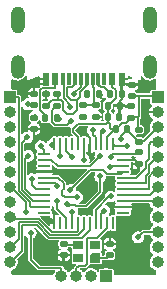
<source format=gbr>
%TF.GenerationSoftware,KiCad,Pcbnew,(6.0.8)*%
%TF.CreationDate,2022-10-30T22:36:46+01:00*%
%TF.ProjectId,epi,6570692e-6b69-4636-9164-5f7063625858,rev?*%
%TF.SameCoordinates,Original*%
%TF.FileFunction,Copper,L1,Top*%
%TF.FilePolarity,Positive*%
%FSLAX46Y46*%
G04 Gerber Fmt 4.6, Leading zero omitted, Abs format (unit mm)*
G04 Created by KiCad (PCBNEW (6.0.8)) date 2022-10-30 22:36:46*
%MOMM*%
%LPD*%
G01*
G04 APERTURE LIST*
G04 Aperture macros list*
%AMRoundRect*
0 Rectangle with rounded corners*
0 $1 Rounding radius*
0 $2 $3 $4 $5 $6 $7 $8 $9 X,Y pos of 4 corners*
0 Add a 4 corners polygon primitive as box body*
4,1,4,$2,$3,$4,$5,$6,$7,$8,$9,$2,$3,0*
0 Add four circle primitives for the rounded corners*
1,1,$1+$1,$2,$3*
1,1,$1+$1,$4,$5*
1,1,$1+$1,$6,$7*
1,1,$1+$1,$8,$9*
0 Add four rect primitives between the rounded corners*
20,1,$1+$1,$2,$3,$4,$5,0*
20,1,$1+$1,$4,$5,$6,$7,0*
20,1,$1+$1,$6,$7,$8,$9,0*
20,1,$1+$1,$8,$9,$2,$3,0*%
%AMOutline5P*
0 Free polygon, 5 corners , with rotation*
0 The origin of the aperture is its center*
0 number of corners: always 5*
0 $1 to $10 corner X, Y*
0 $11 Rotation angle, in degrees counterclockwise*
0 create outline with 5 corners*
4,1,5,$1,$2,$3,$4,$5,$6,$7,$8,$9,$10,$1,$2,$11*%
%AMOutline6P*
0 Free polygon, 6 corners , with rotation*
0 The origin of the aperture is its center*
0 number of corners: always 6*
0 $1 to $12 corner X, Y*
0 $13 Rotation angle, in degrees counterclockwise*
0 create outline with 6 corners*
4,1,6,$1,$2,$3,$4,$5,$6,$7,$8,$9,$10,$11,$12,$1,$2,$13*%
%AMOutline7P*
0 Free polygon, 7 corners , with rotation*
0 The origin of the aperture is its center*
0 number of corners: always 7*
0 $1 to $14 corner X, Y*
0 $15 Rotation angle, in degrees counterclockwise*
0 create outline with 7 corners*
4,1,7,$1,$2,$3,$4,$5,$6,$7,$8,$9,$10,$11,$12,$13,$14,$1,$2,$15*%
%AMOutline8P*
0 Free polygon, 8 corners , with rotation*
0 The origin of the aperture is its center*
0 number of corners: always 8*
0 $1 to $16 corner X, Y*
0 $17 Rotation angle, in degrees counterclockwise*
0 create outline with 8 corners*
4,1,8,$1,$2,$3,$4,$5,$6,$7,$8,$9,$10,$11,$12,$13,$14,$15,$16,$1,$2,$17*%
G04 Aperture macros list end*
%TA.AperFunction,SMDPad,CuDef*%
%ADD10RoundRect,0.140000X0.170000X-0.140000X0.170000X0.140000X-0.170000X0.140000X-0.170000X-0.140000X0*%
%TD*%
%TA.AperFunction,SMDPad,CuDef*%
%ADD11RoundRect,0.135000X-0.185000X0.135000X-0.185000X-0.135000X0.185000X-0.135000X0.185000X0.135000X0*%
%TD*%
%TA.AperFunction,SMDPad,CuDef*%
%ADD12RoundRect,0.135000X0.135000X0.185000X-0.135000X0.185000X-0.135000X-0.185000X0.135000X-0.185000X0*%
%TD*%
%TA.AperFunction,SMDPad,CuDef*%
%ADD13RoundRect,0.140000X-0.140000X-0.170000X0.140000X-0.170000X0.140000X0.170000X-0.140000X0.170000X0*%
%TD*%
%TA.AperFunction,SMDPad,CuDef*%
%ADD14RoundRect,0.062500X-0.475000X0.062500X-0.475000X-0.062500X0.475000X-0.062500X0.475000X0.062500X0*%
%TD*%
%TA.AperFunction,SMDPad,CuDef*%
%ADD15RoundRect,0.062500X-0.062500X0.475000X-0.062500X-0.475000X0.062500X-0.475000X0.062500X0.475000X0*%
%TD*%
%TA.AperFunction,ComponentPad*%
%ADD16R,1.000000X1.000000*%
%TD*%
%TA.AperFunction,ComponentPad*%
%ADD17O,1.000000X1.000000*%
%TD*%
%TA.AperFunction,SMDPad,CuDef*%
%ADD18RoundRect,0.135000X0.185000X-0.135000X0.185000X0.135000X-0.185000X0.135000X-0.185000X-0.135000X0*%
%TD*%
%TA.AperFunction,SMDPad,CuDef*%
%ADD19RoundRect,0.147500X-0.147500X-0.172500X0.147500X-0.172500X0.147500X0.172500X-0.147500X0.172500X0*%
%TD*%
%TA.AperFunction,SMDPad,CuDef*%
%ADD20RoundRect,0.140000X-0.170000X0.140000X-0.170000X-0.140000X0.170000X-0.140000X0.170000X0.140000X0*%
%TD*%
%TA.AperFunction,SMDPad,CuDef*%
%ADD21Outline5P,-0.450000X0.160000X-0.210000X0.400000X0.450000X0.400000X0.450000X-0.400000X-0.450000X-0.400000X0.000000*%
%TD*%
%TA.AperFunction,SMDPad,CuDef*%
%ADD22R,0.900000X0.800000*%
%TD*%
%TA.AperFunction,SMDPad,CuDef*%
%ADD23R,0.615500X1.000000*%
%TD*%
%TA.AperFunction,SMDPad,CuDef*%
%ADD24R,0.307750X1.000000*%
%TD*%
%TA.AperFunction,SMDPad,CuDef*%
%ADD25R,0.607750X0.300000*%
%TD*%
%TA.AperFunction,ComponentPad*%
%ADD26O,1.200000X2.300000*%
%TD*%
%TA.AperFunction,ComponentPad*%
%ADD27O,1.200000X2.000000*%
%TD*%
%TA.AperFunction,SMDPad,CuDef*%
%ADD28RoundRect,0.135000X-0.135000X-0.185000X0.135000X-0.185000X0.135000X0.185000X-0.135000X0.185000X0*%
%TD*%
%TA.AperFunction,ViaPad*%
%ADD29C,0.500000*%
%TD*%
%TA.AperFunction,Conductor*%
%ADD30C,0.127000*%
%TD*%
%TA.AperFunction,Conductor*%
%ADD31C,0.200000*%
%TD*%
G04 APERTURE END LIST*
D10*
%TO.P,C8,1*%
%TO.N,GND*%
X95800000Y-46930000D03*
%TO.P,C8,2*%
%TO.N,Net-(C8-Pad2)*%
X95800000Y-45970000D03*
%TD*%
D11*
%TO.P,RV1,1*%
%TO.N,Net-(J4-PadA7)*%
X101000000Y-44890000D03*
%TO.P,RV1,2*%
%TO.N,GND*%
X101000000Y-45910000D03*
%TD*%
D12*
%TO.P,R4,1*%
%TO.N,GND*%
X101310000Y-44000000D03*
%TO.P,R4,2*%
%TO.N,Net-(J4-PadB5)*%
X100290000Y-44000000D03*
%TD*%
D13*
%TO.P,C1,1*%
%TO.N,VBUS*%
X102060000Y-45900000D03*
%TO.P,C1,2*%
%TO.N,GND*%
X103020000Y-45900000D03*
%TD*%
D14*
%TO.P,U1,44,AVCC*%
%TO.N,Net-(C2-Pad2)*%
X103337500Y-49050000D03*
%TO.P,U1,43,GND*%
%TO.N,GND*%
X103337500Y-49550000D03*
%TO.P,U1,42,AREF*%
%TO.N,Net-(C7-Pad1)*%
X103337500Y-50050000D03*
%TO.P,U1,41,PF0*%
%TO.N,A5*%
X103337500Y-50550000D03*
%TO.P,U1,40,PF1*%
%TO.N,A4*%
X103337500Y-51050000D03*
%TO.P,U1,39,PF4*%
%TO.N,A3*%
X103337500Y-51550000D03*
%TO.P,U1,38,PF5*%
%TO.N,A2*%
X103337500Y-52050000D03*
%TO.P,U1,37,PF6*%
%TO.N,A1*%
X103337500Y-52550000D03*
%TO.P,U1,36,PF7*%
%TO.N,A0*%
X103337500Y-53050000D03*
%TO.P,U1,35,GND*%
%TO.N,GND*%
X103337500Y-53550000D03*
%TO.P,U1,34,VCC*%
%TO.N,VBUS*%
X103337500Y-54050000D03*
D15*
%TO.P,U1,33,~{HWB}/PE2*%
%TO.N,HWB*%
X102500000Y-54887500D03*
%TO.P,U1,32,PC7*%
%TO.N,IO13*%
X102000000Y-54887500D03*
%TO.P,U1,31,PC6*%
%TO.N,D5*%
X101500000Y-54887500D03*
%TO.P,U1,30,PB6*%
%TO.N,IO10*%
X101000000Y-54887500D03*
%TO.P,U1,29,PB5*%
%TO.N,IO9*%
X100500000Y-54887500D03*
%TO.P,U1,28,PB4*%
%TO.N,IO8*%
X100000000Y-54887500D03*
%TO.P,U1,27,PD7*%
%TO.N,D6*%
X99500000Y-54887500D03*
%TO.P,U1,26,PD6*%
%TO.N,IO12*%
X99000000Y-54887500D03*
%TO.P,U1,25,PD4*%
%TO.N,D4*%
X98500000Y-54887500D03*
%TO.P,U1,24,AVCC*%
%TO.N,Net-(C2-Pad2)*%
X98000000Y-54887500D03*
%TO.P,U1,23,GND*%
%TO.N,GND*%
X97500000Y-54887500D03*
D14*
%TO.P,U1,22,PD5*%
%TO.N,unconnected-(U1-Pad22)*%
X96662500Y-54050000D03*
%TO.P,U1,21,PD3*%
%TO.N,D1{slash}TX*%
X96662500Y-53550000D03*
%TO.P,U1,20,PD2*%
%TO.N,D0{slash}RX*%
X96662500Y-53050000D03*
%TO.P,U1,19,PD1*%
%TO.N,D2{slash}SDA*%
X96662500Y-52550000D03*
%TO.P,U1,18,PD0*%
%TO.N,D3{slash}SCL*%
X96662500Y-52050000D03*
%TO.P,U1,17,XTAL1*%
%TO.N,Net-(C5-Pad2)*%
X96662500Y-51550000D03*
%TO.P,U1,16,XTAL2*%
%TO.N,Net-(C6-Pad2)*%
X96662500Y-51050000D03*
%TO.P,U1,15,GND*%
%TO.N,GND*%
X96662500Y-50550000D03*
%TO.P,U1,14,VCC*%
%TO.N,VBUS*%
X96662500Y-50050000D03*
%TO.P,U1,13,~{RESET}*%
%TO.N,RST*%
X96662500Y-49550000D03*
%TO.P,U1,12,PB7*%
%TO.N,IO11*%
X96662500Y-49050000D03*
D15*
%TO.P,U1,11,PB3*%
%TO.N,D14{slash}MISO*%
X97500000Y-48212500D03*
%TO.P,U1,10,PB2*%
%TO.N,D16{slash}MOSI*%
X98000000Y-48212500D03*
%TO.P,U1,9,PB1*%
%TO.N,D15{slash}SCK*%
X98500000Y-48212500D03*
%TO.P,U1,8,PB0*%
%TO.N,SS*%
X99000000Y-48212500D03*
%TO.P,U1,7,VBUS*%
%TO.N,VBUS*%
X99500000Y-48212500D03*
%TO.P,U1,6,UCAP*%
%TO.N,Net-(C8-Pad2)*%
X100000000Y-48212500D03*
%TO.P,U1,5,UGND*%
%TO.N,GND*%
X100500000Y-48212500D03*
%TO.P,U1,4,D+*%
%TO.N,D+*%
X101000000Y-48212500D03*
%TO.P,U1,3,D-*%
%TO.N,D-*%
X101500000Y-48212500D03*
%TO.P,U1,2,UVCC*%
%TO.N,VBUS*%
X102000000Y-48212500D03*
%TO.P,U1,1,PE6*%
%TO.N,D7*%
X102500000Y-48212500D03*
%TD*%
D11*
%TO.P,R2,1*%
%TO.N,Net-(J4-PadA7)*%
X99950000Y-44890000D03*
%TO.P,R2,2*%
%TO.N,D-*%
X99950000Y-45910000D03*
%TD*%
%TO.P,R6,1*%
%TO.N,VBUS*%
X104650000Y-46990000D03*
%TO.P,R6,2*%
%TO.N,RST*%
X104650000Y-48010000D03*
%TD*%
%TO.P,R1,1*%
%TO.N,Net-(J4-PadA6)*%
X97775000Y-43940000D03*
%TO.P,R1,2*%
%TO.N,D+*%
X97775000Y-44960000D03*
%TD*%
D16*
%TO.P,J3,1,Pin_1*%
%TO.N,IO11*%
X101900000Y-59400000D03*
D17*
%TO.P,J3,2,Pin_2*%
%TO.N,IO12*%
X100630000Y-59400000D03*
%TO.P,J3,3,Pin_3*%
%TO.N,IO13*%
X99360000Y-59400000D03*
%TO.P,J3,4,Pin_4*%
%TO.N,A5*%
X98090000Y-59400000D03*
%TD*%
D12*
%TO.P,FB1,1*%
%TO.N,Net-(C2-Pad2)*%
X97760000Y-46000000D03*
%TO.P,FB1,2*%
%TO.N,VBUS*%
X96740000Y-46000000D03*
%TD*%
D18*
%TO.P,RV2,1*%
%TO.N,Net-(J4-PadA6)*%
X96825000Y-44960000D03*
%TO.P,RV2,2*%
%TO.N,GND*%
X96825000Y-43940000D03*
%TD*%
D12*
%TO.P,R3,1*%
%TO.N,GND*%
X103060000Y-44950000D03*
%TO.P,R3,2*%
%TO.N,VBUS*%
X102040000Y-44950000D03*
%TD*%
D19*
%TO.P,D1,1,K*%
%TO.N,VBUS*%
X102715000Y-46950000D03*
%TO.P,D1,2,A*%
%TO.N,RST*%
X103685000Y-46950000D03*
%TD*%
D20*
%TO.P,C6,1*%
%TO.N,GND*%
X102200000Y-56670000D03*
%TO.P,C6,2*%
%TO.N,Net-(C6-Pad2)*%
X102200000Y-57630000D03*
%TD*%
D16*
%TO.P,J1,1,Pin_1*%
%TO.N,D1{slash}TX*%
X93750000Y-44250000D03*
D17*
%TO.P,J1,2,Pin_2*%
%TO.N,D0{slash}RX*%
X93750000Y-45520000D03*
%TO.P,J1,3,Pin_3*%
%TO.N,GND*%
X93750000Y-46790000D03*
%TO.P,J1,4,Pin_4*%
X93750000Y-48060000D03*
%TO.P,J1,5,Pin_5*%
%TO.N,D2{slash}SDA*%
X93750000Y-49330000D03*
%TO.P,J1,6,Pin_6*%
%TO.N,D3{slash}SCL*%
X93750000Y-50600000D03*
%TO.P,J1,7,Pin_7*%
%TO.N,D4*%
X93750000Y-51870000D03*
%TO.P,J1,8,Pin_8*%
%TO.N,D5*%
X93750000Y-53140000D03*
%TO.P,J1,9,Pin_9*%
%TO.N,D6*%
X93750000Y-54410000D03*
%TO.P,J1,10,Pin_10*%
%TO.N,D7*%
X93750000Y-55680000D03*
%TO.P,J1,11,Pin_11*%
%TO.N,IO8*%
X93750000Y-56950000D03*
%TO.P,J1,12,Pin_12*%
%TO.N,IO9*%
X93750000Y-58220000D03*
%TD*%
D10*
%TO.P,C4,1*%
%TO.N,VBUS*%
X104000000Y-45980000D03*
%TO.P,C4,2*%
%TO.N,GND*%
X104000000Y-45020000D03*
%TD*%
D21*
%TO.P,Y1,1,1*%
%TO.N,Net-(C6-Pad2)*%
X100950000Y-57850000D03*
D22*
%TO.P,Y1,2,2*%
%TO.N,Net-(C5-Pad2)*%
X99550000Y-56750000D03*
%TO.P,Y1,3*%
%TO.N,N/C*%
X99550000Y-57850000D03*
%TO.P,Y1,4*%
X100950000Y-56750000D03*
%TD*%
D10*
%TO.P,C2,1*%
%TO.N,GND*%
X104650000Y-49880000D03*
%TO.P,C2,2*%
%TO.N,Net-(C2-Pad2)*%
X104650000Y-48920000D03*
%TD*%
D23*
%TO.P,J4,A1,GND*%
%TO.N,GND*%
X96800000Y-42705000D03*
X103200000Y-42705000D03*
%TO.P,J4,A4,VBUS*%
%TO.N,VBUS*%
X102400000Y-42705000D03*
D24*
%TO.P,J4,A5,CC1*%
%TO.N,Net-(J4-PadA5)*%
X101250923Y-42705000D03*
%TO.P,J4,A6,D+*%
%TO.N,Net-(J4-PadA6)*%
X100249970Y-42705000D03*
%TO.P,J4,A7,D-*%
%TO.N,Net-(J4-PadA7)*%
X99751169Y-42705860D03*
%TO.P,J4,A8,SBU1*%
%TO.N,unconnected-(J4-PadA8)*%
X98750589Y-42705000D03*
D23*
%TO.P,J4,A9,VBUS*%
%TO.N,VBUS*%
X97600000Y-42705000D03*
D24*
%TO.P,J4,B5,CC2*%
%TO.N,Net-(J4-PadB5)*%
X98247811Y-42705000D03*
%TO.P,J4,B6,D+*%
%TO.N,Net-(J4-PadA6)*%
X99250692Y-42705860D03*
%TO.P,J4,B7,D-*%
%TO.N,Net-(J4-PadA7)*%
X100750447Y-42705000D03*
%TO.P,J4,B8,SBU2*%
%TO.N,unconnected-(J4-PadB8)*%
X101750000Y-42705000D03*
D25*
%TO.P,J4,B12,GND*%
%TO.N,GND*%
X96800000Y-43105000D03*
X103200000Y-43105000D03*
D26*
%TO.P,J4,S1,SHIELD*%
%TO.N,unconnected-(J4-PadS1)*%
X105600000Y-37705000D03*
D27*
X105600000Y-41705000D03*
D26*
X94400000Y-37705000D03*
D27*
X94400000Y-41705000D03*
%TD*%
D20*
%TO.P,C3,1*%
%TO.N,GND*%
X104100000Y-43170000D03*
%TO.P,C3,2*%
%TO.N,VBUS*%
X104100000Y-44130000D03*
%TD*%
D10*
%TO.P,C5,1*%
%TO.N,GND*%
X98300000Y-57630000D03*
%TO.P,C5,2*%
%TO.N,Net-(C5-Pad2)*%
X98300000Y-56670000D03*
%TD*%
D28*
%TO.P,R5,1*%
%TO.N,Net-(J4-PadA5)*%
X102190000Y-44000000D03*
%TO.P,R5,2*%
%TO.N,GND*%
X103210000Y-44000000D03*
%TD*%
D10*
%TO.P,C7,1*%
%TO.N,Net-(C7-Pad1)*%
X95800000Y-44905000D03*
%TO.P,C7,2*%
%TO.N,GND*%
X95800000Y-43945000D03*
%TD*%
D16*
%TO.P,J2,1,Pin_1*%
%TO.N,VBUS*%
X106250000Y-44250000D03*
D17*
%TO.P,J2,2,Pin_2*%
%TO.N,GND*%
X106250000Y-45520000D03*
%TO.P,J2,3,Pin_3*%
%TO.N,RST*%
X106250000Y-46790000D03*
%TO.P,J2,4,Pin_4*%
%TO.N,A4*%
X106250000Y-48060000D03*
%TO.P,J2,5,Pin_5*%
%TO.N,A3*%
X106250000Y-49330000D03*
%TO.P,J2,6,Pin_6*%
%TO.N,A2*%
X106250000Y-50600000D03*
%TO.P,J2,7,Pin_7*%
%TO.N,A1*%
X106250000Y-51870000D03*
%TO.P,J2,8,Pin_8*%
%TO.N,A0*%
X106250000Y-53140000D03*
%TO.P,J2,9,Pin_9*%
%TO.N,D15{slash}SCK*%
X106250000Y-54410000D03*
%TO.P,J2,10,Pin_10*%
%TO.N,D14{slash}MISO*%
X106250000Y-55680000D03*
%TO.P,J2,11,Pin_11*%
%TO.N,D16{slash}MOSI*%
X106250000Y-56950000D03*
%TO.P,J2,12,Pin_12*%
%TO.N,IO10*%
X106250000Y-58220000D03*
%TD*%
D29*
%TO.N,VBUS*%
X97600000Y-42750000D03*
X102400000Y-42850000D03*
%TO.N,GND*%
X96200000Y-56200000D03*
X103900000Y-57700000D03*
X96900000Y-44000000D03*
X99850000Y-47050000D03*
X102200000Y-56000000D03*
X95000000Y-43500000D03*
X104000000Y-45000000D03*
X97250000Y-54750000D03*
X98300000Y-57600000D03*
X104635000Y-49865000D03*
X96600000Y-47000000D03*
X105100000Y-53700000D03*
X101400000Y-44100000D03*
%TO.N,Net-(C2-Pad2)*%
X97900000Y-46050000D03*
X102275000Y-49275000D03*
%TO.N,Net-(C5-Pad2)*%
X97750000Y-51750000D03*
X99500000Y-56750000D03*
%TO.N,Net-(C6-Pad2)*%
X99450000Y-52700000D03*
X100950000Y-57850000D03*
%TO.N,Net-(C7-Pad1)*%
X95250000Y-44850000D03*
X102200000Y-50150000D03*
%TO.N,Net-(C8-Pad2)*%
X100000000Y-49550000D03*
X95850000Y-45900000D03*
%TO.N,RST*%
X103150000Y-47750000D03*
X101400000Y-49250000D03*
%TO.N,D0{slash}RX*%
X95220558Y-47656290D03*
%TO.N,IO11*%
X96350000Y-48400000D03*
%TO.N,IO12*%
X99050000Y-53950000D03*
%TO.N,Net-(J4-PadA7)*%
X100950000Y-44900000D03*
X99150000Y-43950000D03*
%TO.N,Net-(J4-PadB5)*%
X98850000Y-45100000D03*
X100300000Y-44100000D03*
%TO.N,D+*%
X100800000Y-47050000D03*
X98900000Y-46300000D03*
%TO.N,D-*%
X99900000Y-45900000D03*
X101650000Y-47100000D03*
%TO.N,D7*%
X98550000Y-53300000D03*
X101400000Y-50950000D03*
X103650000Y-48400000D03*
%TO.N,D15{slash}SCK*%
X99000000Y-49300000D03*
%TO.N,D16{slash}MOSI*%
X98000000Y-49200000D03*
%TO.N,D14{slash}MISO*%
X97350000Y-48250000D03*
X104600000Y-56100000D03*
%TO.N,D3{slash}SCL*%
X95600000Y-51200000D03*
%TO.N,D2{slash}SDA*%
X95300000Y-49200000D03*
%TO.N,D4*%
X95100000Y-54000000D03*
X97700000Y-53050000D03*
%TO.N,IO10*%
X102300000Y-52650000D03*
%TO.N,D5*%
X101750000Y-53850000D03*
%TO.N,A5*%
X98850000Y-52100000D03*
X95500000Y-55750000D03*
%TD*%
D30*
%TO.N,VBUS*%
X106186500Y-44186500D02*
X106186500Y-44250000D01*
D31*
X102060000Y-45900000D02*
X102060000Y-44970000D01*
D30*
X102000000Y-48212500D02*
X102000000Y-47623455D01*
X96314500Y-43595173D02*
X96314500Y-45314500D01*
D31*
X104600000Y-45900000D02*
X104650000Y-45850000D01*
X102400000Y-42850000D02*
X102400000Y-43355000D01*
D30*
X102060000Y-44970000D02*
X102040000Y-44950000D01*
D31*
X103348377Y-46437000D02*
X103385377Y-46400000D01*
X103950000Y-45930000D02*
X104570000Y-45930000D01*
D30*
X106130000Y-44130000D02*
X106186500Y-44186500D01*
X101913500Y-46486500D02*
X99513500Y-46486500D01*
D31*
X102700000Y-43655000D02*
X102700000Y-44345000D01*
D30*
X99100000Y-47200000D02*
X99500000Y-47600000D01*
D31*
X102485183Y-47061728D02*
X102561728Y-47061728D01*
X104650000Y-44200000D02*
X104600000Y-44150000D01*
D30*
X96740000Y-45740000D02*
X96740000Y-46000000D01*
X99513500Y-46486500D02*
X99100000Y-46900000D01*
X97600000Y-43450000D02*
X96459673Y-43450000D01*
D31*
X102700000Y-44345000D02*
X102090000Y-44955000D01*
X102060000Y-45900000D02*
X102060000Y-46360000D01*
D30*
X96459673Y-43450000D02*
X96314500Y-43595173D01*
X103950000Y-45950000D02*
X103950000Y-45930000D01*
D31*
X102060000Y-46360000D02*
X102250000Y-46550000D01*
D30*
X102050000Y-46350000D02*
X101913500Y-46486500D01*
X104600000Y-44150000D02*
X104580000Y-44130000D01*
X104570000Y-45930000D02*
X104600000Y-45900000D01*
D31*
X102250000Y-46550000D02*
X102250000Y-46826545D01*
D30*
X99100000Y-46900000D02*
X99100000Y-47200000D01*
D31*
X104000000Y-46000000D02*
X104000000Y-45980000D01*
X104650000Y-45850000D02*
X104650000Y-44200000D01*
X104580000Y-44130000D02*
X106130000Y-44130000D01*
X103600000Y-46400000D02*
X104000000Y-46000000D01*
X102715000Y-47000000D02*
X103278000Y-46437000D01*
X103278000Y-46437000D02*
X103348377Y-46437000D01*
X102250000Y-46826545D02*
X102485183Y-47061728D01*
D30*
X103950000Y-44130000D02*
X104580000Y-44130000D01*
X104600000Y-46940000D02*
X104600000Y-45900000D01*
D31*
X103385377Y-46400000D02*
X103600000Y-46400000D01*
D30*
X96314500Y-45314500D02*
X96740000Y-45740000D01*
X102000000Y-47623455D02*
X102561728Y-47061728D01*
X99500000Y-47600000D02*
X99500000Y-48212500D01*
D31*
X102400000Y-43355000D02*
X102700000Y-43655000D01*
D30*
X97600000Y-42705000D02*
X97600000Y-43450000D01*
%TO.N,GND*%
X101400000Y-44100000D02*
X101310000Y-44010000D01*
X103060000Y-44540000D02*
X103210000Y-44390000D01*
X101400000Y-44200000D02*
X101700000Y-44500000D01*
X101579500Y-45420500D02*
X101550000Y-45450000D01*
X103337500Y-49550000D02*
X104320000Y-49550000D01*
X104320000Y-49550000D02*
X104635000Y-49865000D01*
X104635000Y-49865000D02*
X104650000Y-49880000D01*
X103210000Y-44390000D02*
X103210000Y-44000000D01*
X101579500Y-45129500D02*
X101579500Y-45420500D01*
X103060000Y-44950000D02*
X103060000Y-44540000D01*
X100500000Y-47700000D02*
X100500000Y-48212500D01*
X99850000Y-47050000D02*
X100500000Y-47700000D01*
X101400000Y-44100000D02*
X101400000Y-44200000D01*
X101310000Y-44010000D02*
X101310000Y-44000000D01*
X101700000Y-44500000D02*
X101579500Y-44620500D01*
X101579500Y-44620500D02*
X101579500Y-45129500D01*
%TO.N,Net-(C2-Pad2)*%
X103337500Y-49050000D02*
X102500000Y-49050000D01*
X102500000Y-49050000D02*
X102275000Y-49275000D01*
X104420000Y-49050000D02*
X104650000Y-48820000D01*
X103337500Y-49050000D02*
X104420000Y-49050000D01*
%TO.N,Net-(C5-Pad2)*%
X97750000Y-51750000D02*
X97550000Y-51550000D01*
X97550000Y-51550000D02*
X96662500Y-51550000D01*
X99550000Y-56750000D02*
X99500000Y-56750000D01*
X98380000Y-56750000D02*
X98300000Y-56670000D01*
X99500000Y-56750000D02*
X98380000Y-56750000D01*
%TO.N,Net-(C6-Pad2)*%
X98313500Y-51983410D02*
X98200000Y-52096910D01*
X100950000Y-57850000D02*
X101980000Y-57850000D01*
X98406180Y-52700000D02*
X99450000Y-52700000D01*
X97846910Y-51050000D02*
X98313500Y-51516590D01*
X98200000Y-52500000D02*
X98403090Y-52703090D01*
X98200000Y-52096910D02*
X98200000Y-52500000D01*
X98313500Y-51516590D02*
X98313500Y-51983410D01*
X98403090Y-52703090D02*
X98406180Y-52700000D01*
X101980000Y-57850000D02*
X102200000Y-57630000D01*
X96662500Y-51050000D02*
X97846910Y-51050000D01*
%TO.N,Net-(C7-Pad1)*%
X102200000Y-50150000D02*
X102300000Y-50050000D01*
X102300000Y-50050000D02*
X103337500Y-50050000D01*
%TO.N,Net-(C8-Pad2)*%
X95850000Y-45900000D02*
X95850000Y-45970000D01*
X100000000Y-49550000D02*
X100000000Y-48212500D01*
%TO.N,RST*%
X106186500Y-46853500D02*
X106186500Y-46790000D01*
X104600000Y-47915000D02*
X103685000Y-47000000D01*
X97250000Y-49550000D02*
X97800000Y-50100000D01*
X104600000Y-47960000D02*
X104600000Y-47915000D01*
X96662500Y-49550000D02*
X97250000Y-49550000D01*
X105080000Y-47960000D02*
X106186500Y-46853500D01*
X104600000Y-47960000D02*
X105080000Y-47960000D01*
X100550000Y-50100000D02*
X101400000Y-49250000D01*
X103150000Y-47750000D02*
X103150000Y-47535000D01*
X103150000Y-47535000D02*
X103685000Y-47000000D01*
X97800000Y-50100000D02*
X100550000Y-50100000D01*
%TO.N,D1{slash}TX*%
X94500000Y-52197290D02*
X94500000Y-44250000D01*
X94500000Y-44250000D02*
X93813500Y-44250000D01*
X96662500Y-53550000D02*
X95550000Y-53550000D01*
X95454000Y-53151290D02*
X94500000Y-52197290D01*
X95550000Y-53550000D02*
X95454000Y-53454000D01*
X95454000Y-53454000D02*
X95454000Y-53151290D01*
%TO.N,D0{slash}RX*%
X94754000Y-48122848D02*
X94754000Y-52092080D01*
X95220558Y-47656290D02*
X94754000Y-48122848D01*
X95711920Y-53050000D02*
X96662500Y-53050000D01*
X94754000Y-52092080D02*
X95711920Y-53050000D01*
%TO.N,A4*%
X105246000Y-49754000D02*
X105500000Y-49500000D01*
X104450000Y-51050000D02*
X105246000Y-50254000D01*
X105500000Y-48250000D02*
X105690000Y-48060000D01*
X105246000Y-50254000D02*
X105246000Y-49754000D01*
X105690000Y-48060000D02*
X106186500Y-48060000D01*
X105500000Y-49500000D02*
X105500000Y-48250000D01*
X103337500Y-51050000D02*
X104450000Y-51050000D01*
%TO.N,IO11*%
X96662500Y-48712500D02*
X96350000Y-48400000D01*
X96662500Y-49050000D02*
X96662500Y-48712500D01*
%TO.N,IO12*%
X99000000Y-54887500D02*
X99000000Y-54000000D01*
X99000000Y-54000000D02*
X99050000Y-53950000D01*
%TO.N,Net-(J4-PadA5)*%
X101695500Y-43395500D02*
X101445037Y-43395500D01*
X101250923Y-43201386D02*
X101250923Y-42705000D01*
X102040000Y-44000000D02*
X102040000Y-43740000D01*
X102040000Y-43740000D02*
X101695500Y-43395500D01*
X101445037Y-43395500D02*
X101250923Y-43201386D01*
%TO.N,Net-(J4-PadA6)*%
X99004500Y-43395500D02*
X99250692Y-43149308D01*
X98286500Y-44686500D02*
X98099500Y-44499500D01*
X98913500Y-44513500D02*
X98550000Y-44150000D01*
X99439500Y-44510500D02*
X99439500Y-45307410D01*
X99439500Y-44510500D02*
X99713500Y-44236500D01*
X99436500Y-44513500D02*
X98913500Y-44513500D01*
X97799500Y-43964500D02*
X97775000Y-43940000D01*
X98099500Y-44499500D02*
X97799500Y-44499500D01*
X99439500Y-45307410D02*
X99083410Y-45663500D01*
X99439500Y-44510500D02*
X99436500Y-44513500D01*
X98616590Y-45663500D02*
X98286500Y-45333410D01*
X97285500Y-44499500D02*
X96825000Y-44960000D01*
X99713500Y-44236500D02*
X99713500Y-43786500D01*
X98550000Y-44150000D02*
X98550000Y-43406552D01*
X97799500Y-44499500D02*
X97285500Y-44499500D01*
X99250692Y-43149308D02*
X99250692Y-42705860D01*
X98286500Y-45333410D02*
X98286500Y-44686500D01*
X98561052Y-43395500D02*
X99004500Y-43395500D01*
X99713500Y-43786500D02*
X100249970Y-43250030D01*
X100249970Y-43250030D02*
X100249970Y-42705000D01*
X99083410Y-45663500D02*
X98616590Y-45663500D01*
X98550000Y-43406552D02*
X98561052Y-43395500D01*
X97799500Y-44499500D02*
X97799500Y-43964500D01*
%TO.N,Net-(J4-PadA7)*%
X100850000Y-44801000D02*
X100939000Y-44890000D01*
X100750447Y-42705000D02*
X100750447Y-43399553D01*
X100750447Y-43399553D02*
X100850000Y-43499106D01*
X100850000Y-43499106D02*
X100850000Y-44801000D01*
X100939000Y-44890000D02*
X101000000Y-44890000D01*
X99751169Y-43348831D02*
X99751169Y-42705860D01*
X99200000Y-43900000D02*
X99751169Y-43348831D01*
X99950000Y-44890000D02*
X101000000Y-44890000D01*
%TO.N,Net-(J4-PadB5)*%
X98296000Y-44336790D02*
X98296000Y-42753189D01*
X98850000Y-45100000D02*
X98850000Y-44890790D01*
X98850000Y-44890790D02*
X98296000Y-44336790D01*
X98296000Y-42753189D02*
X98247811Y-42705000D01*
%TO.N,D+*%
X101000000Y-47650000D02*
X101000000Y-48212500D01*
X98586500Y-46613500D02*
X97593173Y-46613500D01*
X97299500Y-46319827D02*
X97299500Y-45360500D01*
X97299500Y-45360500D02*
X97700000Y-44960000D01*
X100800000Y-47450000D02*
X101000000Y-47650000D01*
X98900000Y-46300000D02*
X98586500Y-46613500D01*
X100800000Y-47050000D02*
X100800000Y-47450000D01*
X97593173Y-46613500D02*
X97299500Y-46319827D01*
%TO.N,D-*%
X101650000Y-47100000D02*
X101500000Y-47250000D01*
X101500000Y-47250000D02*
X101500000Y-48212500D01*
%TO.N,D7*%
X99360410Y-53463500D02*
X100186500Y-53463500D01*
X102687500Y-48400000D02*
X102500000Y-48212500D01*
X98713500Y-53463500D02*
X98739590Y-53463500D01*
X100186500Y-53463500D02*
X101400000Y-52250000D01*
X98739590Y-53463500D02*
X98816590Y-53386500D01*
X101400000Y-52250000D02*
X101400000Y-50950000D01*
X98550000Y-53300000D02*
X98713500Y-53463500D01*
X99283410Y-53386500D02*
X99360410Y-53463500D01*
X103650000Y-48400000D02*
X102687500Y-48400000D01*
X98816590Y-53386500D02*
X99283410Y-53386500D01*
%TO.N,D15{slash}SCK*%
X98500000Y-48800000D02*
X98500000Y-48212500D01*
X99000000Y-49300000D02*
X98500000Y-48800000D01*
%TO.N,D16{slash}MOSI*%
X98000000Y-49200000D02*
X98000000Y-48212500D01*
%TO.N,D14{slash}MISO*%
X97387500Y-48212500D02*
X97350000Y-48250000D01*
X104600000Y-56100000D02*
X105020000Y-55680000D01*
X105020000Y-55680000D02*
X106186500Y-55680000D01*
X97500000Y-48212500D02*
X97387500Y-48212500D01*
%TO.N,D3{slash}SCL*%
X95950000Y-52050000D02*
X96662500Y-52050000D01*
X95600000Y-51200000D02*
X95600000Y-51700000D01*
X95600000Y-51700000D02*
X95950000Y-52050000D01*
%TO.N,D2{slash}SDA*%
X95008000Y-51986870D02*
X95571130Y-52550000D01*
X95571130Y-52550000D02*
X96662500Y-52550000D01*
X95300000Y-49200000D02*
X95008000Y-49492000D01*
X95008000Y-49492000D02*
X95008000Y-51986870D01*
%TO.N,D4*%
X95100000Y-54000000D02*
X95100000Y-53156500D01*
X98500000Y-54492204D02*
X97886500Y-53878704D01*
X97878704Y-53878704D02*
X97700000Y-53700000D01*
X97700000Y-53700000D02*
X97700000Y-53050000D01*
X97886500Y-53878704D02*
X97878704Y-53878704D01*
X95100000Y-53156500D02*
X93813500Y-51870000D01*
X98500000Y-54887500D02*
X98500000Y-54492204D01*
%TO.N,D6*%
X97291500Y-55641500D02*
X96213500Y-54563500D01*
X96213500Y-54563500D02*
X93913500Y-54563500D01*
X99500000Y-55540790D02*
X99399290Y-55641500D01*
X99399290Y-55641500D02*
X97291500Y-55641500D01*
X99500000Y-54887500D02*
X99500000Y-55540790D01*
%TO.N,IO8*%
X96108290Y-54817500D02*
X94500000Y-54817500D01*
X97186290Y-55895500D02*
X96108290Y-54817500D01*
X99504500Y-55895500D02*
X97186290Y-55895500D01*
X94500000Y-54817500D02*
X94500000Y-56263500D01*
X94500000Y-56263500D02*
X93813500Y-56950000D01*
X100000000Y-54887500D02*
X100000000Y-55400000D01*
X100000000Y-55400000D02*
X99504500Y-55895500D01*
%TO.N,IO9*%
X100500000Y-55500000D02*
X100500000Y-54887500D01*
X97081080Y-56149500D02*
X99850500Y-56149500D01*
X99850500Y-56149500D02*
X100500000Y-55500000D01*
X94754000Y-55071500D02*
X96003080Y-55071500D01*
X96003080Y-55071500D02*
X97081080Y-56149500D01*
X93813500Y-58220000D02*
X94754000Y-57279500D01*
X94754000Y-57279500D02*
X94754000Y-55071500D01*
%TO.N,IO10*%
X101000000Y-53803090D02*
X101000000Y-54887500D01*
X102153090Y-52650000D02*
X101000000Y-53803090D01*
X102300000Y-52650000D02*
X102153090Y-52650000D01*
%TO.N,D5*%
X101500000Y-54100000D02*
X101750000Y-53850000D01*
X101500000Y-54887500D02*
X101500000Y-54100000D01*
%TO.N,IO13*%
X100131000Y-58500000D02*
X99600000Y-58500000D01*
X100300000Y-56169000D02*
X100300000Y-58331000D01*
X100309500Y-56159500D02*
X100300000Y-56169000D01*
X99600000Y-58500000D02*
X99360000Y-58740000D01*
X101123296Y-56159500D02*
X100309500Y-56159500D01*
X99360000Y-58740000D02*
X99360000Y-59336500D01*
X102000000Y-55282796D02*
X101123296Y-56159500D01*
X102000000Y-54887500D02*
X102000000Y-55282796D01*
X100300000Y-58331000D02*
X100131000Y-58500000D01*
%TO.N,A0*%
X106186500Y-53076500D02*
X106186500Y-53140000D01*
X106160000Y-53050000D02*
X106186500Y-53076500D01*
X103337500Y-53050000D02*
X106160000Y-53050000D01*
%TO.N,A1*%
X106186500Y-51933500D02*
X106186500Y-51870000D01*
X103337500Y-52550000D02*
X105570000Y-52550000D01*
X105570000Y-52550000D02*
X106186500Y-51933500D01*
%TO.N,A2*%
X105450000Y-52050000D02*
X105500000Y-52000000D01*
X105500000Y-51000000D02*
X105900000Y-50600000D01*
X105900000Y-50600000D02*
X106186500Y-50600000D01*
X103337500Y-52050000D02*
X105450000Y-52050000D01*
X105500000Y-52000000D02*
X105500000Y-51000000D01*
%TO.N,A3*%
X103337500Y-51550000D02*
X105200000Y-51550000D01*
X105500000Y-50640790D02*
X105500000Y-50016500D01*
X105246000Y-50894790D02*
X105500000Y-50640790D01*
X105246000Y-51504000D02*
X105246000Y-50894790D01*
X105200000Y-51550000D02*
X105246000Y-51504000D01*
X105500000Y-50016500D02*
X106186500Y-49330000D01*
%TO.N,A5*%
X95500000Y-55750000D02*
X95500000Y-58000000D01*
X98850000Y-52100000D02*
X100550000Y-50400000D01*
X103174000Y-50713500D02*
X103337500Y-50550000D01*
X100550000Y-50400000D02*
X101653090Y-50400000D01*
X101966590Y-50713500D02*
X103174000Y-50713500D01*
X96200000Y-58700000D02*
X98100000Y-58700000D01*
X98100000Y-58700000D02*
X98100000Y-59336500D01*
X95500000Y-58000000D02*
X96200000Y-58700000D01*
X101653090Y-50400000D02*
X101966590Y-50713500D01*
X98100000Y-59336500D02*
X98090000Y-59336500D01*
%TD*%
%TA.AperFunction,Conductor*%
%TO.N,GND*%
G36*
X102663261Y-53087660D02*
G01*
X102672500Y-53120363D01*
X102672500Y-53131212D01*
X102683524Y-53186634D01*
X102686945Y-53191754D01*
X102697187Y-53207082D01*
X102706520Y-53253998D01*
X102682377Y-53290132D01*
X102682719Y-53290474D01*
X102681000Y-53292193D01*
X102679945Y-53293772D01*
X102678366Y-53294827D01*
X102669829Y-53303365D01*
X102618650Y-53379958D01*
X102614029Y-53391116D01*
X102604741Y-53437807D01*
X102606597Y-53447139D01*
X102610880Y-53450000D01*
X104060253Y-53450000D01*
X104069043Y-53446359D01*
X104071013Y-53441602D01*
X104060971Y-53391116D01*
X104056350Y-53379958D01*
X104028463Y-53338223D01*
X104019131Y-53291307D01*
X104045707Y-53251533D01*
X104080430Y-53241000D01*
X105530249Y-53241000D01*
X105574443Y-53259306D01*
X105591022Y-53288910D01*
X105591638Y-53291476D01*
X105612216Y-53377190D01*
X105613941Y-53380532D01*
X105613942Y-53380535D01*
X105649293Y-53449026D01*
X105687204Y-53522476D01*
X105694779Y-53531159D01*
X105791269Y-53641767D01*
X105794683Y-53645681D01*
X105797765Y-53647847D01*
X105797766Y-53647848D01*
X105825619Y-53667423D01*
X105906390Y-53724190D01*
X105932020Y-53764577D01*
X105921585Y-53811261D01*
X105905853Y-53826830D01*
X105800003Y-53899579D01*
X105691240Y-54021652D01*
X105614735Y-54166145D01*
X105574905Y-54324716D01*
X105574885Y-54328481D01*
X105574885Y-54328483D01*
X105574578Y-54387117D01*
X105574049Y-54488210D01*
X105612216Y-54647190D01*
X105687204Y-54792476D01*
X105703888Y-54811601D01*
X105780798Y-54899764D01*
X105794683Y-54915681D01*
X105797765Y-54917847D01*
X105797766Y-54917848D01*
X105826728Y-54938203D01*
X105906390Y-54994190D01*
X105932020Y-55034577D01*
X105921585Y-55081261D01*
X105905853Y-55096830D01*
X105800003Y-55169579D01*
X105691240Y-55291652D01*
X105642225Y-55384225D01*
X105617674Y-55430595D01*
X105614735Y-55436145D01*
X105613818Y-55439796D01*
X105613333Y-55441727D01*
X105612803Y-55442441D01*
X105612466Y-55443318D01*
X105612221Y-55443224D01*
X105584811Y-55480130D01*
X105552716Y-55489000D01*
X105063234Y-55489000D01*
X105055893Y-55487747D01*
X105055810Y-55488476D01*
X105048819Y-55487679D01*
X105042178Y-55485347D01*
X105035185Y-55486125D01*
X105035184Y-55486125D01*
X105012794Y-55488617D01*
X105005881Y-55489000D01*
X104998467Y-55489000D01*
X104991544Y-55490579D01*
X104984591Y-55491755D01*
X104955571Y-55494985D01*
X104949607Y-55498719D01*
X104945670Y-55500090D01*
X104941904Y-55501903D01*
X104935041Y-55503468D01*
X104929535Y-55507855D01*
X104929536Y-55507855D01*
X104912229Y-55521646D01*
X104906446Y-55525740D01*
X104903290Y-55527716D01*
X104903284Y-55527721D01*
X104900289Y-55529596D01*
X104895076Y-55534809D01*
X104889832Y-55539494D01*
X104873511Y-55552500D01*
X104866891Y-55557775D01*
X104863833Y-55564114D01*
X104859442Y-55569615D01*
X104858908Y-55569189D01*
X104854532Y-55575353D01*
X104820612Y-55609273D01*
X104776418Y-55627579D01*
X104758511Y-55624959D01*
X104679007Y-55601183D01*
X104679004Y-55601183D01*
X104674739Y-55599907D01*
X104603058Y-55599469D01*
X104535829Y-55599058D01*
X104535828Y-55599058D01*
X104531376Y-55599031D01*
X104393529Y-55638428D01*
X104272280Y-55714930D01*
X104269337Y-55718262D01*
X104269335Y-55718264D01*
X104228299Y-55764729D01*
X104177377Y-55822388D01*
X104116447Y-55952163D01*
X104094391Y-56093823D01*
X104094968Y-56098236D01*
X104094968Y-56098238D01*
X104098802Y-56127556D01*
X104112980Y-56235979D01*
X104114773Y-56240054D01*
X104163286Y-56350307D01*
X104170720Y-56367203D01*
X104173584Y-56370610D01*
X104260107Y-56473543D01*
X104260110Y-56473546D01*
X104262970Y-56476948D01*
X104382313Y-56556390D01*
X104390667Y-56559000D01*
X104514905Y-56597814D01*
X104514908Y-56597814D01*
X104519157Y-56599142D01*
X104523609Y-56599224D01*
X104523611Y-56599224D01*
X104594642Y-56600526D01*
X104662499Y-56601770D01*
X104800817Y-56564060D01*
X104922991Y-56489045D01*
X105019200Y-56382754D01*
X105081710Y-56253733D01*
X105083124Y-56245332D01*
X105093637Y-56182843D01*
X105105496Y-56112354D01*
X105105647Y-56100000D01*
X105095443Y-56028747D01*
X105085954Y-55962486D01*
X105085953Y-55962484D01*
X105085323Y-55958082D01*
X105083482Y-55954034D01*
X105082607Y-55951040D01*
X105087774Y-55903485D01*
X105125055Y-55873512D01*
X105142595Y-55871000D01*
X105552083Y-55871000D01*
X105596277Y-55889306D01*
X105610665Y-55911719D01*
X105611335Y-55913522D01*
X105612216Y-55917190D01*
X105687204Y-56062476D01*
X105710713Y-56089425D01*
X105730716Y-56112354D01*
X105794683Y-56185681D01*
X105797765Y-56187847D01*
X105797766Y-56187848D01*
X105818516Y-56202431D01*
X105906390Y-56264190D01*
X105932020Y-56304577D01*
X105921585Y-56351261D01*
X105905853Y-56366830D01*
X105800003Y-56439579D01*
X105691240Y-56561652D01*
X105614735Y-56706145D01*
X105574905Y-56864716D01*
X105574885Y-56868481D01*
X105574885Y-56868483D01*
X105574645Y-56914373D01*
X105574049Y-57028210D01*
X105612216Y-57187190D01*
X105613941Y-57190532D01*
X105613942Y-57190535D01*
X105648589Y-57257662D01*
X105687204Y-57332476D01*
X105706109Y-57354147D01*
X105781222Y-57440250D01*
X105794683Y-57455681D01*
X105797765Y-57457847D01*
X105797766Y-57457848D01*
X105810394Y-57466723D01*
X105906390Y-57534190D01*
X105932020Y-57574577D01*
X105921585Y-57621261D01*
X105905853Y-57636830D01*
X105800003Y-57709579D01*
X105691240Y-57831652D01*
X105614735Y-57976145D01*
X105574905Y-58134716D01*
X105574885Y-58138481D01*
X105574885Y-58138483D01*
X105574767Y-58161092D01*
X105574049Y-58298210D01*
X105574929Y-58301874D01*
X105574929Y-58301877D01*
X105584543Y-58341922D01*
X105612216Y-58457190D01*
X105613941Y-58460532D01*
X105613942Y-58460535D01*
X105644750Y-58520224D01*
X105687204Y-58602476D01*
X105694475Y-58610811D01*
X105788242Y-58718297D01*
X105794683Y-58725681D01*
X105797765Y-58727847D01*
X105797766Y-58727848D01*
X105818308Y-58742285D01*
X105928448Y-58819693D01*
X106027109Y-58858159D01*
X106080776Y-58879083D01*
X106080138Y-58880720D01*
X106113800Y-58906000D01*
X106122500Y-58937809D01*
X106122500Y-59210000D01*
X106104194Y-59254194D01*
X106060000Y-59272500D01*
X102613389Y-59272500D01*
X102569195Y-59254194D01*
X102552616Y-59224590D01*
X102538664Y-59166476D01*
X102537784Y-59162810D01*
X102536054Y-59159458D01*
X102534462Y-59156373D01*
X102527500Y-59127707D01*
X102527500Y-58887442D01*
X102520102Y-58850252D01*
X102491922Y-58808078D01*
X102449748Y-58779898D01*
X102443715Y-58778698D01*
X102443713Y-58778697D01*
X102415569Y-58773099D01*
X102412558Y-58772500D01*
X102161984Y-58772500D01*
X102139281Y-58768231D01*
X102072734Y-58742285D01*
X102072730Y-58742284D01*
X102069224Y-58740917D01*
X102056038Y-58739181D01*
X101946558Y-58724767D01*
X101946552Y-58724767D01*
X101944527Y-58724500D01*
X101859004Y-58724500D01*
X101857132Y-58724726D01*
X101857124Y-58724727D01*
X101773725Y-58734820D01*
X101737687Y-58739181D01*
X101734162Y-58740513D01*
X101734158Y-58740514D01*
X101660189Y-58768465D01*
X101638097Y-58772500D01*
X101387442Y-58772500D01*
X101384431Y-58773099D01*
X101356287Y-58778697D01*
X101356285Y-58778698D01*
X101350252Y-58779898D01*
X101308078Y-58808078D01*
X101279898Y-58850252D01*
X101272500Y-58887442D01*
X101272500Y-58942170D01*
X101254194Y-58986364D01*
X101210000Y-59004670D01*
X101162902Y-58983256D01*
X101087793Y-58897157D01*
X101087792Y-58897156D01*
X101085317Y-58894319D01*
X101079901Y-58890512D01*
X100957709Y-58804634D01*
X100951552Y-58800307D01*
X100860419Y-58764776D01*
X100802734Y-58742285D01*
X100802730Y-58742284D01*
X100799224Y-58740917D01*
X100786038Y-58739181D01*
X100676558Y-58724767D01*
X100676552Y-58724767D01*
X100674527Y-58724500D01*
X100589004Y-58724500D01*
X100587132Y-58724726D01*
X100587124Y-58724727D01*
X100503725Y-58734820D01*
X100467687Y-58739181D01*
X100464162Y-58740513D01*
X100464158Y-58740514D01*
X100318270Y-58795641D01*
X100314745Y-58796973D01*
X100311640Y-58799107D01*
X100185656Y-58885694D01*
X100180003Y-58889579D01*
X100071240Y-59011652D01*
X100050478Y-59050865D01*
X100013622Y-59081355D01*
X99965999Y-59076854D01*
X99939706Y-59050284D01*
X99924527Y-59020875D01*
X99924521Y-59020866D01*
X99922796Y-59017524D01*
X99853256Y-58937809D01*
X99817793Y-58897157D01*
X99817792Y-58897156D01*
X99815317Y-58894319D01*
X99810595Y-58891000D01*
X99687709Y-58804634D01*
X99662078Y-58764245D01*
X99672513Y-58717562D01*
X99712902Y-58691931D01*
X99723647Y-58691000D01*
X100087768Y-58691000D01*
X100095107Y-58692250D01*
X100095190Y-58691523D01*
X100102181Y-58692320D01*
X100108822Y-58694652D01*
X100115815Y-58693874D01*
X100115816Y-58693874D01*
X100138197Y-58691383D01*
X100145110Y-58691000D01*
X100152533Y-58691000D01*
X100159465Y-58689419D01*
X100166418Y-58688243D01*
X100195429Y-58685014D01*
X100201393Y-58681281D01*
X100205341Y-58679906D01*
X100209100Y-58678097D01*
X100215959Y-58676532D01*
X100238774Y-58658351D01*
X100244559Y-58654256D01*
X100247715Y-58652280D01*
X100247717Y-58652279D01*
X100250711Y-58650404D01*
X100255923Y-58645192D01*
X100261167Y-58640507D01*
X100278604Y-58626612D01*
X100278604Y-58626611D01*
X100284109Y-58622225D01*
X100287167Y-58615886D01*
X100291558Y-58610385D01*
X100292092Y-58610811D01*
X100296468Y-58604647D01*
X100404485Y-58496629D01*
X100410560Y-58492322D01*
X100410105Y-58491750D01*
X100415613Y-58487369D01*
X100421958Y-58484322D01*
X100440422Y-58461234D01*
X100445039Y-58456075D01*
X100450283Y-58450831D01*
X100452145Y-58447868D01*
X100452151Y-58447861D01*
X100454058Y-58444826D01*
X100458163Y-58439050D01*
X100471988Y-58421763D01*
X100471988Y-58421762D01*
X100476383Y-58416267D01*
X100477402Y-58411836D01*
X100512036Y-58380977D01*
X100532591Y-58377500D01*
X101412558Y-58377500D01*
X101417616Y-58376494D01*
X101443713Y-58371303D01*
X101443715Y-58371302D01*
X101449748Y-58370102D01*
X101491922Y-58341922D01*
X101520102Y-58299748D01*
X101527500Y-58262558D01*
X101527500Y-58103500D01*
X101545806Y-58059306D01*
X101590000Y-58041000D01*
X101936768Y-58041000D01*
X101944107Y-58042250D01*
X101944190Y-58041523D01*
X101951181Y-58042320D01*
X101957822Y-58044652D01*
X101964815Y-58043874D01*
X101964816Y-58043874D01*
X101987197Y-58041383D01*
X101994110Y-58041000D01*
X102001533Y-58041000D01*
X102004948Y-58040221D01*
X102004949Y-58040221D01*
X102005771Y-58040033D01*
X102008456Y-58039421D01*
X102015437Y-58038241D01*
X102018650Y-58037883D01*
X102025554Y-58037500D01*
X102396348Y-58037500D01*
X102399358Y-58036901D01*
X102399361Y-58036901D01*
X102441831Y-58028453D01*
X102474373Y-58021980D01*
X102479490Y-58018561D01*
X102479492Y-58018560D01*
X102557740Y-57966276D01*
X102562857Y-57962857D01*
X102621980Y-57874373D01*
X102629310Y-57837524D01*
X102636901Y-57799361D01*
X102636901Y-57799358D01*
X102637500Y-57796348D01*
X102637500Y-57463652D01*
X102636858Y-57460421D01*
X102623181Y-57391666D01*
X102621980Y-57385627D01*
X102606992Y-57363195D01*
X102566276Y-57302260D01*
X102562857Y-57297143D01*
X102477189Y-57239901D01*
X102450613Y-57200128D01*
X102459945Y-57153212D01*
X102485498Y-57131291D01*
X102563066Y-57095120D01*
X102571892Y-57088940D01*
X102648940Y-57011892D01*
X102655120Y-57003067D01*
X102701460Y-56903689D01*
X102704105Y-56894615D01*
X102709733Y-56851871D01*
X102710000Y-56847793D01*
X102710000Y-56782431D01*
X102706359Y-56773641D01*
X102697569Y-56770000D01*
X101702431Y-56770000D01*
X101693641Y-56773641D01*
X101690000Y-56782431D01*
X101690000Y-56847793D01*
X101690267Y-56851871D01*
X101695895Y-56894615D01*
X101698540Y-56903689D01*
X101744880Y-57003067D01*
X101751060Y-57011892D01*
X101828108Y-57088940D01*
X101836934Y-57095120D01*
X101914502Y-57131291D01*
X101946819Y-57166559D01*
X101944732Y-57214349D01*
X101922812Y-57239901D01*
X101837143Y-57297143D01*
X101833724Y-57302260D01*
X101793009Y-57363195D01*
X101778020Y-57385627D01*
X101776819Y-57391666D01*
X101763143Y-57460421D01*
X101762500Y-57463652D01*
X101762500Y-57596500D01*
X101744194Y-57640694D01*
X101700000Y-57659000D01*
X101590000Y-57659000D01*
X101545806Y-57640694D01*
X101527500Y-57596500D01*
X101527500Y-57437442D01*
X101526494Y-57432384D01*
X101521303Y-57406287D01*
X101521302Y-57406285D01*
X101520102Y-57400252D01*
X101491922Y-57358078D01*
X101482776Y-57351967D01*
X101456200Y-57312194D01*
X101465532Y-57265277D01*
X101482776Y-57248033D01*
X101486805Y-57245341D01*
X101491922Y-57241922D01*
X101520102Y-57199748D01*
X101527500Y-57162558D01*
X101527500Y-56557569D01*
X101690000Y-56557569D01*
X101693641Y-56566359D01*
X101702431Y-56570000D01*
X102087569Y-56570000D01*
X102096359Y-56566359D01*
X102100000Y-56557569D01*
X102300000Y-56557569D01*
X102303641Y-56566359D01*
X102312431Y-56570000D01*
X102697569Y-56570000D01*
X102706359Y-56566359D01*
X102710000Y-56557569D01*
X102710000Y-56492207D01*
X102709733Y-56488129D01*
X102704105Y-56445385D01*
X102701460Y-56436311D01*
X102655120Y-56336933D01*
X102648940Y-56328108D01*
X102571892Y-56251060D01*
X102563067Y-56244880D01*
X102463689Y-56198540D01*
X102454615Y-56195895D01*
X102411871Y-56190267D01*
X102407793Y-56190000D01*
X102312431Y-56190000D01*
X102303641Y-56193641D01*
X102300000Y-56202431D01*
X102300000Y-56557569D01*
X102100000Y-56557569D01*
X102100000Y-56202431D01*
X102096359Y-56193641D01*
X102087569Y-56190000D01*
X101992207Y-56190000D01*
X101988129Y-56190267D01*
X101945385Y-56195895D01*
X101936311Y-56198540D01*
X101836933Y-56244880D01*
X101828108Y-56251060D01*
X101751060Y-56328108D01*
X101744880Y-56336933D01*
X101698540Y-56436311D01*
X101695895Y-56445385D01*
X101690267Y-56488129D01*
X101690000Y-56492207D01*
X101690000Y-56557569D01*
X101527500Y-56557569D01*
X101527500Y-56337442D01*
X101524326Y-56321487D01*
X101521303Y-56306287D01*
X101521302Y-56306285D01*
X101520102Y-56300252D01*
X101491922Y-56258078D01*
X101449748Y-56229898D01*
X101445115Y-56228976D01*
X101411806Y-56195667D01*
X101411807Y-56147832D01*
X101425355Y-56127556D01*
X101982105Y-55570806D01*
X102026299Y-55552500D01*
X102081212Y-55552500D01*
X102084222Y-55551901D01*
X102084225Y-55551901D01*
X102124216Y-55543946D01*
X102136634Y-55541476D01*
X102141751Y-55538057D01*
X102141753Y-55538056D01*
X102191692Y-55504687D01*
X102199482Y-55499482D01*
X102202901Y-55494365D01*
X102205806Y-55491460D01*
X102250000Y-55473154D01*
X102294194Y-55491460D01*
X102297099Y-55494365D01*
X102300518Y-55499482D01*
X102308308Y-55504687D01*
X102358247Y-55538056D01*
X102358249Y-55538057D01*
X102363366Y-55541476D01*
X102375784Y-55543946D01*
X102415775Y-55551901D01*
X102415778Y-55551901D01*
X102418788Y-55552500D01*
X102581212Y-55552500D01*
X102584222Y-55551901D01*
X102584225Y-55551901D01*
X102624216Y-55543946D01*
X102636634Y-55541476D01*
X102641751Y-55538057D01*
X102641753Y-55538056D01*
X102691692Y-55504687D01*
X102699482Y-55499482D01*
X102717586Y-55472388D01*
X102738056Y-55441753D01*
X102738057Y-55441751D01*
X102741476Y-55436634D01*
X102752500Y-55381212D01*
X102752500Y-54393788D01*
X102748081Y-54371573D01*
X102757413Y-54324657D01*
X102797186Y-54298081D01*
X102821572Y-54298081D01*
X102843788Y-54302500D01*
X103831212Y-54302500D01*
X103834222Y-54301901D01*
X103834225Y-54301901D01*
X103861648Y-54296446D01*
X103886634Y-54291476D01*
X103891751Y-54288057D01*
X103891753Y-54288056D01*
X103944365Y-54252901D01*
X103949482Y-54249482D01*
X103991476Y-54186634D01*
X103998020Y-54153733D01*
X104001901Y-54134225D01*
X104001901Y-54134222D01*
X104002500Y-54131212D01*
X104002500Y-53968788D01*
X104000741Y-53959942D01*
X103992677Y-53919405D01*
X103991476Y-53913366D01*
X103977813Y-53892918D01*
X103968480Y-53846002D01*
X103992623Y-53809868D01*
X103992281Y-53809526D01*
X103994000Y-53807807D01*
X103995055Y-53806228D01*
X103996634Y-53805173D01*
X104005171Y-53796635D01*
X104056350Y-53720042D01*
X104060971Y-53708884D01*
X104070259Y-53662193D01*
X104068403Y-53652861D01*
X104064120Y-53650000D01*
X102614747Y-53650000D01*
X102605957Y-53653641D01*
X102603987Y-53658398D01*
X102614029Y-53708884D01*
X102618650Y-53720042D01*
X102669829Y-53796635D01*
X102678366Y-53805173D01*
X102679945Y-53806228D01*
X102681000Y-53807807D01*
X102682719Y-53809526D01*
X102682377Y-53809868D01*
X102706520Y-53846002D01*
X102697187Y-53892918D01*
X102683524Y-53913366D01*
X102682323Y-53919405D01*
X102674260Y-53959942D01*
X102672500Y-53968788D01*
X102672500Y-54131212D01*
X102676107Y-54149342D01*
X102676919Y-54153426D01*
X102667587Y-54200343D01*
X102627814Y-54226919D01*
X102603428Y-54226919D01*
X102581212Y-54222500D01*
X102418788Y-54222500D01*
X102415778Y-54223099D01*
X102415775Y-54223099D01*
X102389297Y-54228366D01*
X102363366Y-54233524D01*
X102358249Y-54236943D01*
X102358247Y-54236944D01*
X102347141Y-54244365D01*
X102300518Y-54275518D01*
X102297099Y-54280635D01*
X102294194Y-54283540D01*
X102250000Y-54301846D01*
X102205806Y-54283540D01*
X102202901Y-54280635D01*
X102199482Y-54275518D01*
X102160292Y-54249332D01*
X102133718Y-54209559D01*
X102143050Y-54162642D01*
X102148680Y-54155424D01*
X102149299Y-54154741D01*
X102169200Y-54132754D01*
X102231710Y-54003733D01*
X102232635Y-53998238D01*
X102242529Y-53939425D01*
X102255496Y-53862354D01*
X102255647Y-53850000D01*
X102235323Y-53708082D01*
X102175984Y-53577572D01*
X102082400Y-53468963D01*
X101962095Y-53390985D01*
X101957833Y-53389710D01*
X101957830Y-53389709D01*
X101886388Y-53368344D01*
X101847000Y-53356565D01*
X101809904Y-53326364D01*
X101805028Y-53278778D01*
X101820714Y-53252491D01*
X101976768Y-53096437D01*
X102020962Y-53078131D01*
X102055592Y-53088603D01*
X102082313Y-53106390D01*
X102127039Y-53120363D01*
X102214905Y-53147814D01*
X102214908Y-53147814D01*
X102219157Y-53149142D01*
X102223609Y-53149224D01*
X102223611Y-53149224D01*
X102294642Y-53150526D01*
X102362499Y-53151770D01*
X102500817Y-53114060D01*
X102504606Y-53111734D01*
X102504612Y-53111731D01*
X102577297Y-53067102D01*
X102624537Y-53059577D01*
X102663261Y-53087660D01*
G37*
%TD.AperFunction*%
%TA.AperFunction,Conductor*%
G36*
X95942271Y-55280806D02*
G01*
X96915451Y-56253985D01*
X96919758Y-56260060D01*
X96920330Y-56259605D01*
X96924711Y-56265113D01*
X96927758Y-56271458D01*
X96933255Y-56275854D01*
X96950846Y-56289922D01*
X96956005Y-56294539D01*
X96961249Y-56299783D01*
X96964212Y-56301645D01*
X96964219Y-56301651D01*
X96967254Y-56303558D01*
X96973030Y-56307663D01*
X96995813Y-56325883D01*
X97002671Y-56327460D01*
X97006436Y-56329280D01*
X97010372Y-56330658D01*
X97016328Y-56334402D01*
X97023319Y-56335192D01*
X97023324Y-56335194D01*
X97045317Y-56337680D01*
X97052303Y-56338873D01*
X97059377Y-56340500D01*
X97066757Y-56340500D01*
X97073778Y-56340896D01*
X97102918Y-56344190D01*
X97109564Y-56341869D01*
X97116558Y-56341085D01*
X97116634Y-56341764D01*
X97124084Y-56340500D01*
X97821043Y-56340500D01*
X97865237Y-56358806D01*
X97883543Y-56403000D01*
X97879475Y-56423449D01*
X97878020Y-56425627D01*
X97876819Y-56431663D01*
X97876819Y-56431664D01*
X97863923Y-56496500D01*
X97862500Y-56503652D01*
X97862500Y-56836348D01*
X97863099Y-56839358D01*
X97863099Y-56839361D01*
X97867416Y-56861063D01*
X97878020Y-56914373D01*
X97881439Y-56919490D01*
X97881440Y-56919492D01*
X97926581Y-56987049D01*
X97937143Y-57002857D01*
X98022811Y-57060099D01*
X98049387Y-57099872D01*
X98040055Y-57146788D01*
X98014502Y-57168709D01*
X97936934Y-57204880D01*
X97928108Y-57211060D01*
X97851060Y-57288108D01*
X97844880Y-57296933D01*
X97798540Y-57396311D01*
X97795895Y-57405385D01*
X97790267Y-57448129D01*
X97790000Y-57452207D01*
X97790000Y-57517569D01*
X97793641Y-57526359D01*
X97802431Y-57530000D01*
X98797569Y-57530000D01*
X98806359Y-57526359D01*
X98810000Y-57517569D01*
X98810000Y-57452207D01*
X98809733Y-57448129D01*
X98804105Y-57405385D01*
X98801460Y-57396311D01*
X98755120Y-57296933D01*
X98748940Y-57288108D01*
X98671892Y-57211060D01*
X98663066Y-57204880D01*
X98585498Y-57168709D01*
X98553181Y-57133441D01*
X98555268Y-57085651D01*
X98577188Y-57060099D01*
X98662857Y-57002857D01*
X98685628Y-56968777D01*
X98725401Y-56942201D01*
X98737595Y-56941000D01*
X98910000Y-56941000D01*
X98954194Y-56959306D01*
X98972500Y-57003500D01*
X98972500Y-57162558D01*
X98979898Y-57199748D01*
X99008078Y-57241922D01*
X99013195Y-57245341D01*
X99017224Y-57248033D01*
X99043800Y-57287806D01*
X99034468Y-57334723D01*
X99017225Y-57351966D01*
X99008078Y-57358078D01*
X98979898Y-57400252D01*
X98978698Y-57406285D01*
X98978697Y-57406287D01*
X98973506Y-57432384D01*
X98972500Y-57437442D01*
X98972500Y-58262558D01*
X98979898Y-58299748D01*
X99008078Y-58341922D01*
X99050252Y-58370102D01*
X99056285Y-58371302D01*
X99056287Y-58371303D01*
X99082384Y-58376494D01*
X99087442Y-58377500D01*
X99301497Y-58377500D01*
X99345691Y-58395806D01*
X99363997Y-58440000D01*
X99345691Y-58484194D01*
X99255513Y-58574372D01*
X99249439Y-58578677D01*
X99249895Y-58579250D01*
X99244387Y-58583631D01*
X99238042Y-58586678D01*
X99233646Y-58592175D01*
X99219582Y-58609761D01*
X99214965Y-58614920D01*
X99209716Y-58620169D01*
X99207847Y-58623143D01*
X99205943Y-58626172D01*
X99201838Y-58631948D01*
X99183617Y-58654733D01*
X99182040Y-58661593D01*
X99180222Y-58665353D01*
X99178844Y-58669289D01*
X99175098Y-58675248D01*
X99174307Y-58682242D01*
X99174307Y-58682243D01*
X99171821Y-58704236D01*
X99170629Y-58711213D01*
X99169000Y-58718297D01*
X99169000Y-58718299D01*
X99167424Y-58717937D01*
X99146798Y-58755200D01*
X99129953Y-58764776D01*
X99044745Y-58796973D01*
X99041640Y-58799107D01*
X98915656Y-58885694D01*
X98910003Y-58889579D01*
X98801240Y-59011652D01*
X98780478Y-59050865D01*
X98743622Y-59081355D01*
X98695999Y-59076854D01*
X98669706Y-59050284D01*
X98654527Y-59020875D01*
X98654521Y-59020866D01*
X98652796Y-59017524D01*
X98583256Y-58937809D01*
X98547793Y-58897157D01*
X98547792Y-58897156D01*
X98545317Y-58894319D01*
X98539901Y-58890512D01*
X98417709Y-58804634D01*
X98411552Y-58800307D01*
X98408041Y-58798938D01*
X98408039Y-58798937D01*
X98330797Y-58768822D01*
X98296271Y-58735713D01*
X98291000Y-58710591D01*
X98291000Y-58705899D01*
X98291037Y-58663635D01*
X98291037Y-58663634D01*
X98291043Y-58656596D01*
X98284491Y-58642951D01*
X98279899Y-58629801D01*
X98278098Y-58621904D01*
X98278097Y-58621902D01*
X98276532Y-58615041D01*
X98267240Y-58603380D01*
X98259779Y-58591487D01*
X98256369Y-58584387D01*
X98253322Y-58578042D01*
X98241498Y-58568586D01*
X98231660Y-58558731D01*
X98222225Y-58546891D01*
X98208793Y-58540413D01*
X98196916Y-58532934D01*
X98185267Y-58523617D01*
X98170513Y-58520224D01*
X98157369Y-58515608D01*
X98150078Y-58512091D01*
X98150076Y-58512091D01*
X98143737Y-58509033D01*
X98122868Y-58509015D01*
X98121771Y-58509014D01*
X98121760Y-58509013D01*
X98121703Y-58509000D01*
X98105899Y-58509000D01*
X98056844Y-58508957D01*
X98056596Y-58508957D01*
X98056520Y-58508993D01*
X98056461Y-58509000D01*
X96305002Y-58509000D01*
X96260808Y-58490694D01*
X95709306Y-57939191D01*
X95691000Y-57894997D01*
X95691000Y-57807793D01*
X97790000Y-57807793D01*
X97790267Y-57811871D01*
X97795895Y-57854615D01*
X97798540Y-57863689D01*
X97844880Y-57963067D01*
X97851060Y-57971892D01*
X97928108Y-58048940D01*
X97936933Y-58055120D01*
X98036311Y-58101460D01*
X98045385Y-58104105D01*
X98088129Y-58109733D01*
X98092207Y-58110000D01*
X98187569Y-58110000D01*
X98196359Y-58106359D01*
X98200000Y-58097569D01*
X98400000Y-58097569D01*
X98403641Y-58106359D01*
X98412431Y-58110000D01*
X98507793Y-58110000D01*
X98511871Y-58109733D01*
X98554615Y-58104105D01*
X98563689Y-58101460D01*
X98663067Y-58055120D01*
X98671892Y-58048940D01*
X98748940Y-57971892D01*
X98755120Y-57963067D01*
X98801460Y-57863689D01*
X98804105Y-57854615D01*
X98809733Y-57811871D01*
X98810000Y-57807793D01*
X98810000Y-57742431D01*
X98806359Y-57733641D01*
X98797569Y-57730000D01*
X98412431Y-57730000D01*
X98403641Y-57733641D01*
X98400000Y-57742431D01*
X98400000Y-58097569D01*
X98200000Y-58097569D01*
X98200000Y-57742431D01*
X98196359Y-57733641D01*
X98187569Y-57730000D01*
X97802431Y-57730000D01*
X97793641Y-57733641D01*
X97790000Y-57742431D01*
X97790000Y-57807793D01*
X95691000Y-57807793D01*
X95691000Y-56255054D01*
X95709306Y-56210860D01*
X95720797Y-56201792D01*
X95726094Y-56198540D01*
X95822991Y-56139045D01*
X95849334Y-56109942D01*
X95916213Y-56036054D01*
X95919200Y-56032754D01*
X95981710Y-55903733D01*
X95986795Y-55873512D01*
X96005096Y-55764729D01*
X96005496Y-55762354D01*
X96005647Y-55750000D01*
X95985323Y-55608082D01*
X95925984Y-55477572D01*
X95845551Y-55384225D01*
X95835305Y-55372334D01*
X95835304Y-55372333D01*
X95832400Y-55368963D01*
X95833155Y-55368313D01*
X95813765Y-55329250D01*
X95829023Y-55283913D01*
X95876120Y-55262500D01*
X95898077Y-55262500D01*
X95942271Y-55280806D01*
G37*
%TD.AperFunction*%
%TA.AperFunction,Conductor*%
G36*
X97424633Y-53467995D02*
G01*
X97481133Y-53505605D01*
X97507778Y-53545332D01*
X97509000Y-53557632D01*
X97509000Y-53656768D01*
X97507750Y-53664107D01*
X97508477Y-53664190D01*
X97507680Y-53671181D01*
X97505348Y-53677822D01*
X97506126Y-53684815D01*
X97506126Y-53684816D01*
X97508617Y-53707197D01*
X97509000Y-53714110D01*
X97509000Y-53721533D01*
X97510581Y-53728465D01*
X97511757Y-53735418D01*
X97514986Y-53764429D01*
X97518719Y-53770393D01*
X97520094Y-53774341D01*
X97521903Y-53778100D01*
X97523468Y-53784959D01*
X97527853Y-53790461D01*
X97527853Y-53790462D01*
X97541648Y-53807773D01*
X97545744Y-53813559D01*
X97549596Y-53819711D01*
X97554809Y-53824924D01*
X97559494Y-53830168D01*
X97572112Y-53846002D01*
X97577775Y-53853109D01*
X97584114Y-53856167D01*
X97589615Y-53860558D01*
X97589189Y-53861092D01*
X97595353Y-53865468D01*
X97713076Y-53983191D01*
X97717381Y-53989265D01*
X97717954Y-53988809D01*
X97722335Y-53994317D01*
X97725382Y-54000662D01*
X97730879Y-54005058D01*
X97748465Y-54019122D01*
X97753624Y-54023739D01*
X97758873Y-54028988D01*
X97761847Y-54030857D01*
X97764876Y-54032761D01*
X97770652Y-54036866D01*
X97781279Y-54045364D01*
X97787392Y-54050253D01*
X97792550Y-54054869D01*
X97874398Y-54136717D01*
X97892704Y-54180911D01*
X97874398Y-54225105D01*
X97862882Y-54232797D01*
X97863367Y-54233523D01*
X97842918Y-54247187D01*
X97796002Y-54256520D01*
X97759868Y-54232377D01*
X97759526Y-54232719D01*
X97757807Y-54231000D01*
X97756228Y-54229945D01*
X97755173Y-54228366D01*
X97746635Y-54219829D01*
X97670042Y-54168650D01*
X97658884Y-54164029D01*
X97612193Y-54154741D01*
X97602861Y-54156597D01*
X97600000Y-54160880D01*
X97600000Y-54925000D01*
X97581694Y-54969194D01*
X97537500Y-54987500D01*
X97187431Y-54987500D01*
X97178641Y-54991141D01*
X97175000Y-54999931D01*
X97175000Y-55103997D01*
X97156694Y-55148191D01*
X97112500Y-55166497D01*
X97068306Y-55148191D01*
X96379128Y-54459013D01*
X96374823Y-54452939D01*
X96374250Y-54453395D01*
X96369869Y-54447887D01*
X96366822Y-54441542D01*
X96343739Y-54423082D01*
X96338580Y-54418465D01*
X96333331Y-54413216D01*
X96333058Y-54413044D01*
X96310375Y-54371989D01*
X96323624Y-54326025D01*
X96365494Y-54302892D01*
X96372483Y-54302500D01*
X97115581Y-54302500D01*
X97159775Y-54320806D01*
X97178081Y-54365000D01*
X97176880Y-54377194D01*
X97175599Y-54383634D01*
X97175000Y-54389715D01*
X97175000Y-54775069D01*
X97178641Y-54783859D01*
X97187431Y-54787500D01*
X97387569Y-54787500D01*
X97396359Y-54783859D01*
X97400000Y-54775069D01*
X97400000Y-54164747D01*
X97396359Y-54155957D01*
X97376082Y-54147558D01*
X97376317Y-54146991D01*
X97350351Y-54139114D01*
X97327801Y-54096928D01*
X97327500Y-54090801D01*
X97327500Y-53968788D01*
X97325741Y-53959942D01*
X97317677Y-53919405D01*
X97316476Y-53913366D01*
X97312328Y-53907157D01*
X97279463Y-53857972D01*
X97274482Y-53850518D01*
X97269365Y-53847099D01*
X97266460Y-53844194D01*
X97248154Y-53800000D01*
X97266460Y-53755806D01*
X97269365Y-53752901D01*
X97274482Y-53749482D01*
X97294153Y-53720042D01*
X97313056Y-53691753D01*
X97313057Y-53691751D01*
X97316476Y-53686634D01*
X97323904Y-53649291D01*
X97326901Y-53634225D01*
X97326901Y-53634222D01*
X97327500Y-53631212D01*
X97327500Y-53520022D01*
X97345806Y-53475828D01*
X97390000Y-53457522D01*
X97424633Y-53467995D01*
G37*
%TD.AperFunction*%
%TA.AperFunction,Conductor*%
G36*
X102654370Y-50922806D02*
G01*
X102672676Y-50967000D01*
X102672617Y-50968200D01*
X102672500Y-50968788D01*
X102672500Y-51131212D01*
X102683524Y-51186634D01*
X102686943Y-51191751D01*
X102686944Y-51191753D01*
X102703950Y-51217203D01*
X102725518Y-51249482D01*
X102730635Y-51252901D01*
X102733540Y-51255806D01*
X102751846Y-51300000D01*
X102733540Y-51344194D01*
X102730635Y-51347099D01*
X102725518Y-51350518D01*
X102719724Y-51359190D01*
X102688418Y-51406042D01*
X102683524Y-51413366D01*
X102682323Y-51419405D01*
X102674417Y-51459152D01*
X102672500Y-51468788D01*
X102672500Y-51631212D01*
X102673099Y-51634222D01*
X102673099Y-51634225D01*
X102673692Y-51637205D01*
X102683524Y-51686634D01*
X102686943Y-51691751D01*
X102686944Y-51691753D01*
X102706843Y-51721533D01*
X102725518Y-51749482D01*
X102730635Y-51752901D01*
X102733540Y-51755806D01*
X102751846Y-51800000D01*
X102733540Y-51844194D01*
X102730635Y-51847099D01*
X102725518Y-51850518D01*
X102718809Y-51860558D01*
X102687311Y-51907699D01*
X102683524Y-51913366D01*
X102682323Y-51919405D01*
X102673753Y-51962491D01*
X102672500Y-51968788D01*
X102672500Y-52131212D01*
X102673099Y-52134222D01*
X102673099Y-52134225D01*
X102681026Y-52174075D01*
X102671694Y-52220991D01*
X102631920Y-52247567D01*
X102585733Y-52238715D01*
X102512095Y-52190985D01*
X102506097Y-52189191D01*
X102455552Y-52174075D01*
X102374739Y-52149907D01*
X102303058Y-52149469D01*
X102235829Y-52149058D01*
X102235828Y-52149058D01*
X102231376Y-52149031D01*
X102093529Y-52188428D01*
X101972280Y-52264930D01*
X101969337Y-52268262D01*
X101969335Y-52268264D01*
X101882258Y-52366861D01*
X101877377Y-52372388D01*
X101816447Y-52502163D01*
X101815762Y-52506561D01*
X101815762Y-52506562D01*
X101815127Y-52510639D01*
X101794391Y-52643823D01*
X101794968Y-52648236D01*
X101794968Y-52648238D01*
X101801357Y-52697099D01*
X101788936Y-52743293D01*
X101783579Y-52749396D01*
X100895513Y-53637462D01*
X100889439Y-53641767D01*
X100889895Y-53642340D01*
X100884387Y-53646721D01*
X100878042Y-53649768D01*
X100873646Y-53655265D01*
X100859582Y-53672851D01*
X100854965Y-53678010D01*
X100849716Y-53683259D01*
X100847847Y-53686233D01*
X100845943Y-53689262D01*
X100841838Y-53695038D01*
X100823617Y-53717823D01*
X100822040Y-53724683D01*
X100820222Y-53728443D01*
X100818844Y-53732379D01*
X100815098Y-53738338D01*
X100814307Y-53745332D01*
X100814307Y-53745333D01*
X100811821Y-53767326D01*
X100810629Y-53774303D01*
X100809000Y-53781387D01*
X100809000Y-53788761D01*
X100808604Y-53795782D01*
X100805309Y-53824928D01*
X100807630Y-53831573D01*
X100808414Y-53838567D01*
X100807736Y-53838643D01*
X100809000Y-53846095D01*
X100809000Y-54235846D01*
X100790694Y-54280040D01*
X100746500Y-54298346D01*
X100702579Y-54280153D01*
X100699482Y-54275518D01*
X100652859Y-54244365D01*
X100641753Y-54236944D01*
X100641751Y-54236943D01*
X100636634Y-54233524D01*
X100610703Y-54228366D01*
X100584225Y-54223099D01*
X100584222Y-54223099D01*
X100581212Y-54222500D01*
X100418788Y-54222500D01*
X100415778Y-54223099D01*
X100415775Y-54223099D01*
X100389297Y-54228366D01*
X100363366Y-54233524D01*
X100358249Y-54236943D01*
X100358247Y-54236944D01*
X100347141Y-54244365D01*
X100300518Y-54275518D01*
X100297099Y-54280635D01*
X100294194Y-54283540D01*
X100250000Y-54301846D01*
X100205806Y-54283540D01*
X100202901Y-54280635D01*
X100199482Y-54275518D01*
X100152859Y-54244365D01*
X100141753Y-54236944D01*
X100141751Y-54236943D01*
X100136634Y-54233524D01*
X100110703Y-54228366D01*
X100084225Y-54223099D01*
X100084222Y-54223099D01*
X100081212Y-54222500D01*
X99918788Y-54222500D01*
X99915778Y-54223099D01*
X99915775Y-54223099D01*
X99889297Y-54228366D01*
X99863366Y-54233524D01*
X99858249Y-54236943D01*
X99858247Y-54236944D01*
X99847141Y-54244365D01*
X99800518Y-54275518D01*
X99797099Y-54280635D01*
X99794194Y-54283540D01*
X99750000Y-54301846D01*
X99705806Y-54283540D01*
X99702901Y-54280635D01*
X99699482Y-54275518D01*
X99652859Y-54244365D01*
X99641753Y-54236944D01*
X99641751Y-54236943D01*
X99636634Y-54233524D01*
X99610703Y-54228366D01*
X99584225Y-54223099D01*
X99584222Y-54223099D01*
X99581212Y-54222500D01*
X99573898Y-54222500D01*
X99529704Y-54204194D01*
X99511398Y-54160000D01*
X99517652Y-54132749D01*
X99529768Y-54107741D01*
X99531710Y-54103733D01*
X99533973Y-54090286D01*
X99542959Y-54036869D01*
X99555496Y-53962354D01*
X99555647Y-53950000D01*
X99535323Y-53808082D01*
X99530512Y-53797500D01*
X99505673Y-53742868D01*
X99504045Y-53695061D01*
X99536700Y-53660105D01*
X99562568Y-53654500D01*
X100143268Y-53654500D01*
X100150607Y-53655750D01*
X100150690Y-53655023D01*
X100157681Y-53655820D01*
X100164322Y-53658152D01*
X100171315Y-53657374D01*
X100171316Y-53657374D01*
X100193697Y-53654883D01*
X100200610Y-53654500D01*
X100208033Y-53654500D01*
X100214965Y-53652919D01*
X100221918Y-53651743D01*
X100250929Y-53648514D01*
X100256895Y-53644779D01*
X100260842Y-53643405D01*
X100264598Y-53641597D01*
X100271459Y-53640032D01*
X100294274Y-53621851D01*
X100300059Y-53617756D01*
X100303215Y-53615780D01*
X100303217Y-53615779D01*
X100306211Y-53613904D01*
X100311423Y-53608692D01*
X100316667Y-53604007D01*
X100334104Y-53590112D01*
X100334104Y-53590111D01*
X100339609Y-53585725D01*
X100342667Y-53579386D01*
X100347058Y-53573885D01*
X100347592Y-53574311D01*
X100351968Y-53568147D01*
X101504485Y-52415629D01*
X101510560Y-52411322D01*
X101510105Y-52410750D01*
X101515613Y-52406369D01*
X101521958Y-52403322D01*
X101540422Y-52380234D01*
X101545039Y-52375075D01*
X101550283Y-52369831D01*
X101552145Y-52366868D01*
X101552151Y-52366861D01*
X101554058Y-52363826D01*
X101558163Y-52358050D01*
X101571987Y-52340764D01*
X101576383Y-52335267D01*
X101577960Y-52328409D01*
X101579780Y-52324644D01*
X101581158Y-52320708D01*
X101584902Y-52314752D01*
X101585692Y-52307761D01*
X101585694Y-52307756D01*
X101588180Y-52285763D01*
X101589373Y-52278778D01*
X101590208Y-52275146D01*
X101591000Y-52271703D01*
X101591000Y-52264323D01*
X101591396Y-52257303D01*
X101592469Y-52247814D01*
X101594690Y-52228162D01*
X101592369Y-52221516D01*
X101591585Y-52214522D01*
X101592264Y-52214446D01*
X101591000Y-52206996D01*
X101591000Y-51455054D01*
X101609306Y-51410860D01*
X101620797Y-51401792D01*
X101632871Y-51394379D01*
X101722991Y-51339045D01*
X101742168Y-51317859D01*
X101816213Y-51236054D01*
X101819200Y-51232754D01*
X101881710Y-51103733D01*
X101882449Y-51099342D01*
X101905096Y-50964734D01*
X101905096Y-50964729D01*
X101905496Y-50962354D01*
X101905636Y-50962378D01*
X101927421Y-50920755D01*
X101974507Y-50906617D01*
X101988428Y-50908191D01*
X101995072Y-50905871D01*
X102002067Y-50905086D01*
X102002143Y-50905764D01*
X102009595Y-50904500D01*
X102610176Y-50904500D01*
X102654370Y-50922806D01*
G37*
%TD.AperFunction*%
%TA.AperFunction,Conductor*%
G36*
X100961393Y-50609306D02*
G01*
X100979699Y-50653500D01*
X100973774Y-50680062D01*
X100916447Y-50802163D01*
X100894391Y-50943823D01*
X100894968Y-50948236D01*
X100894968Y-50948238D01*
X100897890Y-50970580D01*
X100912980Y-51085979D01*
X100914773Y-51090054D01*
X100964154Y-51202280D01*
X100970720Y-51217203D01*
X100978562Y-51226532D01*
X101060107Y-51323543D01*
X101060110Y-51323546D01*
X101062970Y-51326948D01*
X101115779Y-51362101D01*
X101181133Y-51405605D01*
X101207778Y-51445332D01*
X101209000Y-51457632D01*
X101209000Y-52144997D01*
X101190694Y-52189191D01*
X100125691Y-53254194D01*
X100081497Y-53272500D01*
X99695445Y-53272500D01*
X99651251Y-53254194D01*
X99632945Y-53210000D01*
X99651251Y-53165806D01*
X99662742Y-53156738D01*
X99769198Y-53091374D01*
X99772991Y-53089045D01*
X99794248Y-53065561D01*
X99866213Y-52986054D01*
X99869200Y-52982754D01*
X99931710Y-52853733D01*
X99955496Y-52712354D01*
X99955647Y-52700000D01*
X99935323Y-52558082D01*
X99875984Y-52427572D01*
X99799826Y-52339187D01*
X99785303Y-52322332D01*
X99782400Y-52318963D01*
X99662095Y-52240985D01*
X99654231Y-52238633D01*
X99573354Y-52214446D01*
X99524739Y-52199907D01*
X99414390Y-52199233D01*
X99370310Y-52180657D01*
X99352274Y-52136352D01*
X99353139Y-52126365D01*
X99355096Y-52114731D01*
X99355496Y-52112354D01*
X99355647Y-52100000D01*
X99335323Y-51958082D01*
X99330344Y-51947131D01*
X99328716Y-51899325D01*
X99343045Y-51877069D01*
X100610808Y-50609306D01*
X100655002Y-50591000D01*
X100917199Y-50591000D01*
X100961393Y-50609306D01*
G37*
%TD.AperFunction*%
%TA.AperFunction,Conductor*%
G36*
X94797694Y-45075425D02*
G01*
X94810707Y-45094447D01*
X94820720Y-45117203D01*
X94829311Y-45127423D01*
X94910107Y-45223543D01*
X94910110Y-45223546D01*
X94912970Y-45226948D01*
X95032313Y-45306390D01*
X95036564Y-45307718D01*
X95164905Y-45347814D01*
X95164908Y-45347814D01*
X95169157Y-45349142D01*
X95173609Y-45349224D01*
X95173611Y-45349224D01*
X95244642Y-45350526D01*
X95312499Y-45351770D01*
X95450817Y-45314060D01*
X95454608Y-45311732D01*
X95454611Y-45311731D01*
X95471663Y-45301261D01*
X95518903Y-45293737D01*
X95522539Y-45294916D01*
X95525627Y-45296980D01*
X95531665Y-45298181D01*
X95600639Y-45311901D01*
X95600642Y-45311901D01*
X95603652Y-45312500D01*
X95638019Y-45312500D01*
X95682213Y-45330806D01*
X95700519Y-45375000D01*
X95682213Y-45419194D01*
X95655196Y-45435094D01*
X95643529Y-45438428D01*
X95522280Y-45514930D01*
X95519337Y-45518262D01*
X95519335Y-45518264D01*
X95430324Y-45619051D01*
X95427377Y-45622388D01*
X95389277Y-45703538D01*
X95382995Y-45716917D01*
X95382668Y-45717497D01*
X95382250Y-45718442D01*
X95382249Y-45718506D01*
X95380999Y-45721168D01*
X95378020Y-45725627D01*
X95377577Y-45727856D01*
X95376800Y-45728633D01*
X95377369Y-45728900D01*
X95366447Y-45752163D01*
X95365762Y-45756561D01*
X95365762Y-45756562D01*
X95360689Y-45789144D01*
X95344391Y-45893823D01*
X95344968Y-45898236D01*
X95344968Y-45898238D01*
X95361972Y-46028270D01*
X95362500Y-46036374D01*
X95362500Y-46136348D01*
X95363099Y-46139358D01*
X95363099Y-46139361D01*
X95366823Y-46158082D01*
X95378020Y-46214373D01*
X95381439Y-46219490D01*
X95381440Y-46219492D01*
X95416453Y-46271892D01*
X95437143Y-46302857D01*
X95522811Y-46360099D01*
X95549387Y-46399872D01*
X95540055Y-46446788D01*
X95514502Y-46468709D01*
X95436934Y-46504880D01*
X95428108Y-46511060D01*
X95351060Y-46588108D01*
X95344880Y-46596933D01*
X95298540Y-46696311D01*
X95295895Y-46705385D01*
X95290267Y-46748129D01*
X95290000Y-46752207D01*
X95290000Y-46817569D01*
X95293641Y-46826359D01*
X95302431Y-46830000D01*
X96297569Y-46830000D01*
X96306359Y-46826359D01*
X96310000Y-46817569D01*
X96310000Y-46752207D01*
X96309733Y-46748129D01*
X96304105Y-46705385D01*
X96301460Y-46696311D01*
X96255120Y-46596933D01*
X96248940Y-46588108D01*
X96171892Y-46511060D01*
X96163066Y-46504880D01*
X96085498Y-46468709D01*
X96053181Y-46433441D01*
X96055268Y-46385651D01*
X96077188Y-46360099D01*
X96162857Y-46302857D01*
X96166562Y-46297312D01*
X96167141Y-46296446D01*
X96173438Y-46289449D01*
X96172991Y-46289045D01*
X96241319Y-46213557D01*
X96284548Y-46193076D01*
X96329598Y-46209162D01*
X96348954Y-46243305D01*
X96357730Y-46287423D01*
X96361149Y-46292540D01*
X96361150Y-46292542D01*
X96391294Y-46337655D01*
X96415748Y-46374252D01*
X96420865Y-46377671D01*
X96497458Y-46428850D01*
X96497460Y-46428851D01*
X96502577Y-46432270D01*
X96524054Y-46436542D01*
X96576131Y-46446901D01*
X96576134Y-46446901D01*
X96579144Y-46447500D01*
X96900856Y-46447500D01*
X96903866Y-46446901D01*
X96903869Y-46446901D01*
X96955946Y-46436542D01*
X96977423Y-46432270D01*
X96982540Y-46428851D01*
X96982542Y-46428850D01*
X97039042Y-46391097D01*
X97085958Y-46381765D01*
X97121802Y-46405715D01*
X97122968Y-46404786D01*
X97141148Y-46427600D01*
X97145244Y-46433386D01*
X97145331Y-46433525D01*
X97149096Y-46439538D01*
X97154309Y-46444751D01*
X97158994Y-46449995D01*
X97177275Y-46472936D01*
X97183614Y-46475994D01*
X97189115Y-46480385D01*
X97188689Y-46480919D01*
X97194853Y-46485295D01*
X97427545Y-46717987D01*
X97431850Y-46724061D01*
X97432423Y-46723605D01*
X97436804Y-46729113D01*
X97439851Y-46735458D01*
X97449798Y-46743413D01*
X97462934Y-46753918D01*
X97468093Y-46758535D01*
X97473341Y-46763783D01*
X97476312Y-46765650D01*
X97476313Y-46765651D01*
X97479342Y-46767555D01*
X97485117Y-46771659D01*
X97502409Y-46785488D01*
X97502413Y-46785490D01*
X97507906Y-46789883D01*
X97514763Y-46791460D01*
X97518525Y-46793278D01*
X97522463Y-46794657D01*
X97528421Y-46798402D01*
X97535412Y-46799192D01*
X97535417Y-46799194D01*
X97557410Y-46801680D01*
X97564396Y-46802873D01*
X97571470Y-46804500D01*
X97578850Y-46804500D01*
X97585871Y-46804896D01*
X97615011Y-46808190D01*
X97621657Y-46805869D01*
X97628651Y-46805085D01*
X97628727Y-46805764D01*
X97636177Y-46804500D01*
X98543268Y-46804500D01*
X98550607Y-46805750D01*
X98550690Y-46805023D01*
X98557681Y-46805820D01*
X98564322Y-46808152D01*
X98571315Y-46807374D01*
X98571316Y-46807374D01*
X98592439Y-46805023D01*
X98593698Y-46804883D01*
X98600610Y-46804500D01*
X98608033Y-46804500D01*
X98614965Y-46802919D01*
X98621918Y-46801743D01*
X98650929Y-46798514D01*
X98656893Y-46794781D01*
X98660841Y-46793406D01*
X98664599Y-46791597D01*
X98671459Y-46790032D01*
X98676963Y-46785646D01*
X98676965Y-46785645D01*
X98678912Y-46784094D01*
X98682084Y-46783181D01*
X98683305Y-46782594D01*
X98683405Y-46782802D01*
X98724883Y-46770870D01*
X98736498Y-46773318D01*
X98814905Y-46797814D01*
X98814908Y-46797814D01*
X98819157Y-46799142D01*
X98849721Y-46799702D01*
X98893569Y-46818814D01*
X98911063Y-46863336D01*
X98910081Y-46871326D01*
X98910191Y-46871339D01*
X98909792Y-46874852D01*
X98909000Y-46878297D01*
X98909000Y-46885671D01*
X98908604Y-46892692D01*
X98905309Y-46921838D01*
X98907630Y-46928483D01*
X98908414Y-46935477D01*
X98907736Y-46935553D01*
X98909000Y-46943005D01*
X98909000Y-47156768D01*
X98907750Y-47164107D01*
X98908477Y-47164190D01*
X98907680Y-47171181D01*
X98905348Y-47177822D01*
X98906126Y-47184815D01*
X98906126Y-47184816D01*
X98908617Y-47207197D01*
X98909000Y-47214110D01*
X98909000Y-47221533D01*
X98910581Y-47228465D01*
X98911757Y-47235418D01*
X98914986Y-47264429D01*
X98918719Y-47270393D01*
X98920094Y-47274341D01*
X98921903Y-47278100D01*
X98923468Y-47284959D01*
X98927853Y-47290461D01*
X98927853Y-47290462D01*
X98941648Y-47307773D01*
X98945744Y-47313559D01*
X98949596Y-47319711D01*
X98954809Y-47324924D01*
X98959494Y-47330168D01*
X98977775Y-47353109D01*
X98984114Y-47356167D01*
X98989615Y-47360558D01*
X98989189Y-47361092D01*
X98995353Y-47365468D01*
X99070691Y-47440806D01*
X99088997Y-47485000D01*
X99070691Y-47529194D01*
X99026497Y-47547500D01*
X98918788Y-47547500D01*
X98915778Y-47548099D01*
X98915775Y-47548099D01*
X98889297Y-47553366D01*
X98863366Y-47558524D01*
X98858249Y-47561943D01*
X98858247Y-47561944D01*
X98815146Y-47590744D01*
X98800518Y-47600518D01*
X98797099Y-47605635D01*
X98794194Y-47608540D01*
X98750000Y-47626846D01*
X98705806Y-47608540D01*
X98702901Y-47605635D01*
X98699482Y-47600518D01*
X98684854Y-47590744D01*
X98641753Y-47561944D01*
X98641751Y-47561943D01*
X98636634Y-47558524D01*
X98610703Y-47553366D01*
X98584225Y-47548099D01*
X98584222Y-47548099D01*
X98581212Y-47547500D01*
X98418788Y-47547500D01*
X98415778Y-47548099D01*
X98415775Y-47548099D01*
X98389297Y-47553366D01*
X98363366Y-47558524D01*
X98358249Y-47561943D01*
X98358247Y-47561944D01*
X98315146Y-47590744D01*
X98300518Y-47600518D01*
X98297099Y-47605635D01*
X98294194Y-47608540D01*
X98250000Y-47626846D01*
X98205806Y-47608540D01*
X98202901Y-47605635D01*
X98199482Y-47600518D01*
X98184854Y-47590744D01*
X98141753Y-47561944D01*
X98141751Y-47561943D01*
X98136634Y-47558524D01*
X98110703Y-47553366D01*
X98084225Y-47548099D01*
X98084222Y-47548099D01*
X98081212Y-47547500D01*
X97918788Y-47547500D01*
X97915778Y-47548099D01*
X97915775Y-47548099D01*
X97889297Y-47553366D01*
X97863366Y-47558524D01*
X97858249Y-47561943D01*
X97858247Y-47561944D01*
X97815146Y-47590744D01*
X97800518Y-47600518D01*
X97797099Y-47605635D01*
X97794194Y-47608540D01*
X97750000Y-47626846D01*
X97705806Y-47608540D01*
X97702901Y-47605635D01*
X97699482Y-47600518D01*
X97684854Y-47590744D01*
X97641753Y-47561944D01*
X97641751Y-47561943D01*
X97636634Y-47558524D01*
X97610703Y-47553366D01*
X97584225Y-47548099D01*
X97584222Y-47548099D01*
X97581212Y-47547500D01*
X97418788Y-47547500D01*
X97415778Y-47548099D01*
X97415775Y-47548099D01*
X97389297Y-47553366D01*
X97363366Y-47558524D01*
X97358249Y-47561943D01*
X97358247Y-47561944D01*
X97315146Y-47590744D01*
X97300518Y-47600518D01*
X97297099Y-47605635D01*
X97272434Y-47642549D01*
X97258524Y-47663366D01*
X97247500Y-47718788D01*
X97247263Y-47718741D01*
X97225378Y-47759680D01*
X97202906Y-47771458D01*
X97143529Y-47788428D01*
X97022280Y-47864930D01*
X97019337Y-47868262D01*
X97019335Y-47868264D01*
X96976028Y-47917301D01*
X96927377Y-47972388D01*
X96869023Y-48096678D01*
X96867799Y-48099284D01*
X96832446Y-48131509D01*
X96784662Y-48129297D01*
X96763876Y-48113520D01*
X96685303Y-48022332D01*
X96682400Y-48018963D01*
X96562095Y-47940985D01*
X96551362Y-47937775D01*
X96482901Y-47917301D01*
X96424739Y-47899907D01*
X96353058Y-47899469D01*
X96285829Y-47899058D01*
X96285828Y-47899058D01*
X96281376Y-47899031D01*
X96143529Y-47938428D01*
X96022280Y-48014930D01*
X96019337Y-48018262D01*
X96019335Y-48018264D01*
X95945239Y-48102163D01*
X95927377Y-48122388D01*
X95866447Y-48252163D01*
X95844391Y-48393823D01*
X95844968Y-48398236D01*
X95844968Y-48398238D01*
X95846179Y-48407500D01*
X95862980Y-48535979D01*
X95864773Y-48540054D01*
X95918927Y-48663127D01*
X95920720Y-48667203D01*
X96012970Y-48776948D01*
X96020865Y-48782203D01*
X96047510Y-48821928D01*
X96038200Y-48868953D01*
X96022365Y-48892652D01*
X96008524Y-48913366D01*
X96006369Y-48924201D01*
X96001919Y-48946574D01*
X95997500Y-48968788D01*
X95997500Y-49131212D01*
X96008524Y-49186634D01*
X96011943Y-49191751D01*
X96011944Y-49191753D01*
X96040744Y-49234854D01*
X96050518Y-49249482D01*
X96055635Y-49252901D01*
X96058540Y-49255806D01*
X96076846Y-49300000D01*
X96058540Y-49344194D01*
X96055635Y-49347099D01*
X96050518Y-49350518D01*
X96047099Y-49355635D01*
X96012055Y-49408082D01*
X96008524Y-49413366D01*
X96006479Y-49423646D01*
X96000495Y-49453733D01*
X95997500Y-49468788D01*
X95997500Y-49631212D01*
X95998099Y-49634222D01*
X95998099Y-49634225D01*
X96002496Y-49656331D01*
X96008524Y-49686634D01*
X96011943Y-49691751D01*
X96011944Y-49691753D01*
X96029715Y-49718348D01*
X96050518Y-49749482D01*
X96055635Y-49752901D01*
X96058540Y-49755806D01*
X96076846Y-49800000D01*
X96058540Y-49844194D01*
X96055635Y-49847099D01*
X96050518Y-49850518D01*
X96043741Y-49860661D01*
X96016211Y-49901862D01*
X96008524Y-49913366D01*
X95997500Y-49968788D01*
X95997500Y-50131212D01*
X96008524Y-50186634D01*
X96011945Y-50191754D01*
X96022187Y-50207082D01*
X96031520Y-50253998D01*
X96007377Y-50290132D01*
X96007719Y-50290474D01*
X96006000Y-50292193D01*
X96004945Y-50293772D01*
X96003366Y-50294827D01*
X95994829Y-50303365D01*
X95943650Y-50379958D01*
X95939029Y-50391116D01*
X95929741Y-50437807D01*
X95931597Y-50447139D01*
X95935880Y-50450000D01*
X97385253Y-50450000D01*
X97394043Y-50446359D01*
X97396013Y-50441602D01*
X97385971Y-50391116D01*
X97381350Y-50379958D01*
X97330171Y-50303365D01*
X97321634Y-50294827D01*
X97320055Y-50293772D01*
X97319000Y-50292193D01*
X97317281Y-50290474D01*
X97317623Y-50290132D01*
X97293480Y-50253998D01*
X97302813Y-50207082D01*
X97313055Y-50191754D01*
X97316476Y-50186634D01*
X97327500Y-50131212D01*
X97327500Y-50048503D01*
X97345806Y-50004309D01*
X97390000Y-49986003D01*
X97434194Y-50004309D01*
X97634372Y-50204487D01*
X97638677Y-50210561D01*
X97639250Y-50210105D01*
X97643631Y-50215613D01*
X97646678Y-50221958D01*
X97652175Y-50226354D01*
X97669761Y-50240418D01*
X97674920Y-50245035D01*
X97680168Y-50250283D01*
X97683139Y-50252150D01*
X97683140Y-50252151D01*
X97686169Y-50254055D01*
X97691944Y-50258159D01*
X97709236Y-50271988D01*
X97709240Y-50271990D01*
X97714733Y-50276383D01*
X97721590Y-50277960D01*
X97725352Y-50279778D01*
X97729290Y-50281157D01*
X97735248Y-50284902D01*
X97742239Y-50285692D01*
X97742244Y-50285694D01*
X97764237Y-50288180D01*
X97771223Y-50289373D01*
X97778297Y-50291000D01*
X97785677Y-50291000D01*
X97792698Y-50291396D01*
X97821838Y-50294690D01*
X97828482Y-50292370D01*
X97835478Y-50291585D01*
X97835554Y-50292264D01*
X97843003Y-50291000D01*
X100237997Y-50291000D01*
X100282191Y-50309306D01*
X100300497Y-50353500D01*
X100282191Y-50397694D01*
X99070612Y-51609273D01*
X99026418Y-51627579D01*
X99008511Y-51624959D01*
X98929007Y-51601183D01*
X98929004Y-51601183D01*
X98924739Y-51599907D01*
X98853057Y-51599469D01*
X98785829Y-51599058D01*
X98785828Y-51599058D01*
X98781376Y-51599031D01*
X98643529Y-51638428D01*
X98639764Y-51640804D01*
X98639763Y-51640804D01*
X98600351Y-51665671D01*
X98553206Y-51673772D01*
X98514142Y-51646164D01*
X98504500Y-51612813D01*
X98504500Y-51559822D01*
X98505750Y-51552483D01*
X98505023Y-51552400D01*
X98505820Y-51545409D01*
X98508152Y-51538768D01*
X98504883Y-51509390D01*
X98504500Y-51502478D01*
X98504500Y-51495057D01*
X98502923Y-51488142D01*
X98501742Y-51481159D01*
X98499293Y-51459152D01*
X98498515Y-51452161D01*
X98494782Y-51446198D01*
X98493412Y-51442265D01*
X98491598Y-51438495D01*
X98490032Y-51431631D01*
X98471854Y-51408819D01*
X98467760Y-51403036D01*
X98465784Y-51399880D01*
X98465779Y-51399874D01*
X98463904Y-51396879D01*
X98458691Y-51391666D01*
X98454006Y-51386422D01*
X98440112Y-51368986D01*
X98440111Y-51368986D01*
X98435725Y-51363481D01*
X98429386Y-51360423D01*
X98423885Y-51356032D01*
X98424311Y-51355498D01*
X98418147Y-51351122D01*
X98012538Y-50945513D01*
X98008233Y-50939439D01*
X98007660Y-50939895D01*
X98003279Y-50934387D01*
X98000232Y-50928042D01*
X97977149Y-50909582D01*
X97971990Y-50904965D01*
X97966741Y-50899716D01*
X97960738Y-50895943D01*
X97954962Y-50891838D01*
X97932177Y-50873617D01*
X97925317Y-50872040D01*
X97921557Y-50870222D01*
X97917621Y-50868844D01*
X97911662Y-50865098D01*
X97904668Y-50864307D01*
X97904667Y-50864307D01*
X97882674Y-50861821D01*
X97875697Y-50860629D01*
X97868613Y-50859000D01*
X97861239Y-50859000D01*
X97854218Y-50858604D01*
X97852537Y-50858414D01*
X97825072Y-50855309D01*
X97818427Y-50857630D01*
X97811433Y-50858414D01*
X97811357Y-50857736D01*
X97803905Y-50859000D01*
X97405430Y-50859000D01*
X97361236Y-50840694D01*
X97342930Y-50796500D01*
X97353463Y-50761777D01*
X97381350Y-50720042D01*
X97385971Y-50708884D01*
X97395259Y-50662193D01*
X97393403Y-50652861D01*
X97389120Y-50650000D01*
X95939747Y-50650000D01*
X95930957Y-50653641D01*
X95928987Y-50658398D01*
X95936282Y-50695072D01*
X95926950Y-50741989D01*
X95887177Y-50768565D01*
X95840989Y-50759713D01*
X95815830Y-50743406D01*
X95812095Y-50740985D01*
X95799456Y-50737205D01*
X95704756Y-50708884D01*
X95674739Y-50699907D01*
X95603057Y-50699469D01*
X95535829Y-50699058D01*
X95535828Y-50699058D01*
X95531376Y-50699031D01*
X95393529Y-50738428D01*
X95309453Y-50791476D01*
X95294851Y-50800689D01*
X95247706Y-50808790D01*
X95208642Y-50781182D01*
X95199000Y-50747831D01*
X95199000Y-49762428D01*
X95217306Y-49718234D01*
X95262645Y-49699939D01*
X95362499Y-49701770D01*
X95500817Y-49664060D01*
X95622991Y-49589045D01*
X95649334Y-49559942D01*
X95716213Y-49486054D01*
X95719200Y-49482754D01*
X95781710Y-49353733D01*
X95782986Y-49346152D01*
X95793842Y-49281624D01*
X95805496Y-49212354D01*
X95805647Y-49200000D01*
X95785323Y-49058082D01*
X95725984Y-48927572D01*
X95637380Y-48824742D01*
X95635303Y-48822332D01*
X95632400Y-48818963D01*
X95512095Y-48740985D01*
X95499456Y-48737205D01*
X95447710Y-48721730D01*
X95374739Y-48699907D01*
X95303058Y-48699469D01*
X95235829Y-48699058D01*
X95235828Y-48699058D01*
X95231376Y-48699031D01*
X95093529Y-48738428D01*
X95089764Y-48740804D01*
X95089763Y-48740804D01*
X95040851Y-48771665D01*
X94993706Y-48779766D01*
X94954642Y-48752158D01*
X94945000Y-48718807D01*
X94945000Y-48227851D01*
X94963306Y-48183657D01*
X95000068Y-48146895D01*
X95044262Y-48128589D01*
X95062897Y-48131433D01*
X95139715Y-48155432D01*
X95144167Y-48155514D01*
X95144169Y-48155514D01*
X95215200Y-48156816D01*
X95283057Y-48158060D01*
X95421375Y-48120350D01*
X95543549Y-48045335D01*
X95639758Y-47939044D01*
X95702268Y-47810023D01*
X95705502Y-47790804D01*
X95717137Y-47721646D01*
X95726054Y-47668644D01*
X95726205Y-47656290D01*
X95705881Y-47514372D01*
X95696707Y-47494194D01*
X95688721Y-47476629D01*
X95687874Y-47426843D01*
X95700000Y-47397569D01*
X95900000Y-47397569D01*
X95903641Y-47406359D01*
X95912431Y-47410000D01*
X96007793Y-47410000D01*
X96011871Y-47409733D01*
X96054615Y-47404105D01*
X96063689Y-47401460D01*
X96163067Y-47355120D01*
X96171892Y-47348940D01*
X96248940Y-47271892D01*
X96255120Y-47263067D01*
X96301460Y-47163689D01*
X96304105Y-47154615D01*
X96309733Y-47111871D01*
X96310000Y-47107793D01*
X96310000Y-47042431D01*
X96306359Y-47033641D01*
X96297569Y-47030000D01*
X95912431Y-47030000D01*
X95903641Y-47033641D01*
X95900000Y-47042431D01*
X95900000Y-47397569D01*
X95700000Y-47397569D01*
X95700000Y-47042431D01*
X95696359Y-47033641D01*
X95687569Y-47030000D01*
X95302431Y-47030000D01*
X95293641Y-47033641D01*
X95290000Y-47042431D01*
X95290000Y-47093281D01*
X95271694Y-47137475D01*
X95227118Y-47155780D01*
X95156387Y-47155348D01*
X95156386Y-47155348D01*
X95151934Y-47155321D01*
X95014087Y-47194718D01*
X94892838Y-47271220D01*
X94889895Y-47274552D01*
X94889893Y-47274554D01*
X94800346Y-47375948D01*
X94757370Y-47396955D01*
X94712127Y-47381421D01*
X94691000Y-47334575D01*
X94691000Y-45119619D01*
X94709306Y-45075425D01*
X94753500Y-45057119D01*
X94797694Y-45075425D01*
G37*
%TD.AperFunction*%
%TA.AperFunction,Conductor*%
G36*
X104117563Y-49740925D02*
G01*
X104140582Y-49768974D01*
X104143641Y-49776359D01*
X104152431Y-49780000D01*
X104687500Y-49780000D01*
X104731694Y-49798306D01*
X104750000Y-49842500D01*
X104750000Y-50347569D01*
X104754322Y-50358003D01*
X104785820Y-50389500D01*
X104785821Y-50437336D01*
X104772272Y-50457613D01*
X104389191Y-50840694D01*
X104344997Y-50859000D01*
X103989154Y-50859000D01*
X103944960Y-50840694D01*
X103926654Y-50796500D01*
X103944847Y-50752579D01*
X103949482Y-50749482D01*
X103982375Y-50700255D01*
X103988056Y-50691753D01*
X103988057Y-50691751D01*
X103991476Y-50686634D01*
X104002500Y-50631212D01*
X104002500Y-50468788D01*
X103991476Y-50413366D01*
X103981005Y-50397694D01*
X103952901Y-50355635D01*
X103949482Y-50350518D01*
X103944365Y-50347099D01*
X103941460Y-50344194D01*
X103923154Y-50300000D01*
X103941460Y-50255806D01*
X103944365Y-50252901D01*
X103949482Y-50249482D01*
X103974512Y-50212022D01*
X103988056Y-50191753D01*
X103988057Y-50191751D01*
X103991476Y-50186634D01*
X104002500Y-50131212D01*
X104002500Y-50057793D01*
X104140000Y-50057793D01*
X104140267Y-50061871D01*
X104145895Y-50104615D01*
X104148540Y-50113689D01*
X104194880Y-50213067D01*
X104201060Y-50221892D01*
X104278108Y-50298940D01*
X104286933Y-50305120D01*
X104386311Y-50351460D01*
X104395385Y-50354105D01*
X104438129Y-50359733D01*
X104442207Y-50360000D01*
X104537569Y-50360000D01*
X104546359Y-50356359D01*
X104550000Y-50347569D01*
X104550000Y-49992431D01*
X104546359Y-49983641D01*
X104537569Y-49980000D01*
X104152431Y-49980000D01*
X104143641Y-49983641D01*
X104140000Y-49992431D01*
X104140000Y-50057793D01*
X104002500Y-50057793D01*
X104002500Y-49968788D01*
X103991476Y-49913366D01*
X103977813Y-49892918D01*
X103968480Y-49846002D01*
X103992623Y-49809868D01*
X103992281Y-49809526D01*
X103994000Y-49807807D01*
X103995055Y-49806228D01*
X103996634Y-49805173D01*
X104005171Y-49796636D01*
X104030873Y-49758169D01*
X104070647Y-49731593D01*
X104117563Y-49740925D01*
G37*
%TD.AperFunction*%
%TA.AperFunction,Conductor*%
G36*
X100581694Y-48130806D02*
G01*
X100600000Y-48175000D01*
X100600000Y-48935253D01*
X100603641Y-48944043D01*
X100608398Y-48946013D01*
X100658884Y-48935971D01*
X100670042Y-48931350D01*
X100746635Y-48880171D01*
X100755173Y-48871634D01*
X100756228Y-48870055D01*
X100757807Y-48869000D01*
X100759526Y-48867281D01*
X100759868Y-48867623D01*
X100796002Y-48843480D01*
X100842918Y-48852813D01*
X100863366Y-48866476D01*
X100881359Y-48870055D01*
X100915775Y-48876901D01*
X100915778Y-48876901D01*
X100918788Y-48877500D01*
X100924629Y-48877500D01*
X100968823Y-48895806D01*
X100987129Y-48940000D01*
X100977477Y-48972275D01*
X100977377Y-48972388D01*
X100916447Y-49102163D01*
X100894391Y-49243823D01*
X100894968Y-49248236D01*
X100894968Y-49248238D01*
X100895572Y-49252857D01*
X100912980Y-49385979D01*
X100920118Y-49402200D01*
X100920488Y-49403041D01*
X100921533Y-49450865D01*
X100907476Y-49472409D01*
X100560950Y-49818935D01*
X100516756Y-49837241D01*
X100472562Y-49818935D01*
X100454256Y-49774741D01*
X100460510Y-49747490D01*
X100474684Y-49718234D01*
X100481710Y-49703733D01*
X100482483Y-49699142D01*
X100494771Y-49626101D01*
X100505496Y-49562354D01*
X100505647Y-49550000D01*
X100485323Y-49408082D01*
X100425984Y-49277572D01*
X100332400Y-49168963D01*
X100219505Y-49095788D01*
X100192377Y-49056390D01*
X100191000Y-49043342D01*
X100191000Y-48955430D01*
X100209306Y-48911236D01*
X100253500Y-48892930D01*
X100288223Y-48903463D01*
X100329958Y-48931350D01*
X100341116Y-48935971D01*
X100387807Y-48945259D01*
X100397139Y-48943403D01*
X100400000Y-48939120D01*
X100400000Y-48175000D01*
X100418306Y-48130806D01*
X100462500Y-48112500D01*
X100537500Y-48112500D01*
X100581694Y-48130806D01*
G37*
%TD.AperFunction*%
%TA.AperFunction,Conductor*%
G36*
X104285534Y-49255265D02*
G01*
X104287143Y-49252857D01*
X104372811Y-49310099D01*
X104399387Y-49349872D01*
X104390055Y-49396788D01*
X104364502Y-49418709D01*
X104286934Y-49454880D01*
X104278108Y-49461060D01*
X104201060Y-49538108D01*
X104194880Y-49546934D01*
X104157963Y-49626101D01*
X104122695Y-49658418D01*
X104074905Y-49656331D01*
X104066596Y-49651654D01*
X104064121Y-49650000D01*
X103300000Y-49650000D01*
X103255806Y-49631694D01*
X103237500Y-49587500D01*
X103237500Y-49512500D01*
X103255806Y-49468306D01*
X103300000Y-49450000D01*
X104060253Y-49450000D01*
X104069043Y-49446359D01*
X104071013Y-49441602D01*
X104060971Y-49391116D01*
X104056350Y-49379958D01*
X104028463Y-49338223D01*
X104019131Y-49291307D01*
X104045707Y-49251533D01*
X104080430Y-49241000D01*
X104251096Y-49241000D01*
X104285534Y-49255265D01*
G37*
%TD.AperFunction*%
%TA.AperFunction,Conductor*%
G36*
X105576004Y-44375806D02*
G01*
X105592583Y-44405410D01*
X105612216Y-44487190D01*
X105613946Y-44490541D01*
X105613946Y-44490542D01*
X105615538Y-44493627D01*
X105622500Y-44522293D01*
X105622500Y-44762558D01*
X105629898Y-44799748D01*
X105658078Y-44841922D01*
X105700252Y-44870102D01*
X105706285Y-44871302D01*
X105706287Y-44871303D01*
X105732384Y-44876494D01*
X105737442Y-44877500D01*
X105754899Y-44877500D01*
X105799093Y-44895806D01*
X105817399Y-44940000D01*
X105795985Y-44987098D01*
X105728816Y-45045693D01*
X105723811Y-45051252D01*
X105630726Y-45183699D01*
X105627187Y-45190298D01*
X105568380Y-45341129D01*
X105566520Y-45348376D01*
X105558714Y-45407674D01*
X105561176Y-45416865D01*
X105566607Y-45420000D01*
X106060000Y-45420000D01*
X106104194Y-45438306D01*
X106122500Y-45482500D01*
X106122500Y-45557500D01*
X106104194Y-45601694D01*
X106060000Y-45620000D01*
X105569184Y-45620000D01*
X105560394Y-45623641D01*
X105557837Y-45629815D01*
X105563077Y-45677275D01*
X105564786Y-45684561D01*
X105620419Y-45836585D01*
X105623818Y-45843256D01*
X105714111Y-45977628D01*
X105718999Y-45983290D01*
X105838737Y-46092243D01*
X105844839Y-46096580D01*
X105878911Y-46115079D01*
X105909015Y-46152253D01*
X105904015Y-46199827D01*
X105884491Y-46221512D01*
X105800003Y-46279579D01*
X105691240Y-46401652D01*
X105614735Y-46546145D01*
X105574905Y-46704716D01*
X105574885Y-46708481D01*
X105574885Y-46708483D01*
X105574551Y-46772388D01*
X105574049Y-46868210D01*
X105574929Y-46871874D01*
X105574929Y-46871877D01*
X105579926Y-46892692D01*
X105612216Y-47027190D01*
X105613943Y-47030535D01*
X105613944Y-47030539D01*
X105635693Y-47072678D01*
X105639695Y-47120346D01*
X105624348Y-47145537D01*
X105096420Y-47673465D01*
X105052226Y-47691771D01*
X105017503Y-47681238D01*
X104942542Y-47631150D01*
X104942540Y-47631149D01*
X104937423Y-47627730D01*
X104903629Y-47621008D01*
X104863869Y-47613099D01*
X104863866Y-47613099D01*
X104860856Y-47612500D01*
X104593502Y-47612500D01*
X104549308Y-47594194D01*
X104449308Y-47494194D01*
X104431002Y-47450000D01*
X104449308Y-47405806D01*
X104493502Y-47387500D01*
X104860856Y-47387500D01*
X104863866Y-47386901D01*
X104863869Y-47386901D01*
X104903629Y-47378992D01*
X104937423Y-47372270D01*
X104942540Y-47368851D01*
X104942542Y-47368850D01*
X105019135Y-47317671D01*
X105024252Y-47314252D01*
X105051165Y-47273975D01*
X105078850Y-47232542D01*
X105078851Y-47232540D01*
X105082270Y-47227423D01*
X105094864Y-47164107D01*
X105096901Y-47153869D01*
X105096901Y-47153866D01*
X105097500Y-47150856D01*
X105097500Y-46829144D01*
X105095446Y-46818814D01*
X105086211Y-46772388D01*
X105082270Y-46752577D01*
X105073867Y-46740000D01*
X105032467Y-46678042D01*
X105024252Y-46665748D01*
X104942543Y-46611151D01*
X104942542Y-46611150D01*
X104942540Y-46611149D01*
X104937423Y-46607730D01*
X104903629Y-46601008D01*
X104863869Y-46593099D01*
X104863866Y-46593099D01*
X104860856Y-46592500D01*
X104853500Y-46592500D01*
X104809306Y-46574194D01*
X104791000Y-46530000D01*
X104791000Y-46057001D01*
X104811680Y-46010554D01*
X104833281Y-45991105D01*
X104833284Y-45991101D01*
X104838163Y-45986708D01*
X104848550Y-45963378D01*
X104853229Y-45954761D01*
X104863557Y-45938858D01*
X104863558Y-45938856D01*
X104867134Y-45933349D01*
X104868726Y-45923298D01*
X104873360Y-45907656D01*
X104874829Y-45904357D01*
X104874829Y-45904355D01*
X104877500Y-45898357D01*
X104877500Y-45872822D01*
X104878270Y-45863044D01*
X104881236Y-45844317D01*
X104882264Y-45837828D01*
X104879628Y-45827992D01*
X104877500Y-45811821D01*
X104877500Y-44420000D01*
X104895806Y-44375806D01*
X104940000Y-44357500D01*
X105531810Y-44357500D01*
X105576004Y-44375806D01*
G37*
%TD.AperFunction*%
%TA.AperFunction,Conductor*%
G36*
X101819799Y-44321807D02*
G01*
X101845351Y-44343727D01*
X101858163Y-44362901D01*
X101865748Y-44374252D01*
X101890791Y-44390985D01*
X101891268Y-44391304D01*
X101917844Y-44431078D01*
X101908512Y-44477994D01*
X101868738Y-44504570D01*
X101802577Y-44517730D01*
X101797460Y-44521149D01*
X101797458Y-44521150D01*
X101787376Y-44527887D01*
X101715748Y-44575748D01*
X101702964Y-44594880D01*
X101664412Y-44652577D01*
X101657730Y-44662577D01*
X101642500Y-44739144D01*
X101642500Y-45160856D01*
X101657730Y-45237423D01*
X101661149Y-45242540D01*
X101661150Y-45242542D01*
X101697391Y-45296779D01*
X101715748Y-45324252D01*
X101791697Y-45375000D01*
X101802577Y-45382270D01*
X101800678Y-45385112D01*
X101826090Y-45410521D01*
X101826093Y-45458356D01*
X101803072Y-45486409D01*
X101727143Y-45537143D01*
X101723724Y-45542260D01*
X101671780Y-45620000D01*
X101668020Y-45625627D01*
X101652500Y-45703652D01*
X101652500Y-46096348D01*
X101653099Y-46099358D01*
X101653099Y-46099361D01*
X101658856Y-46128301D01*
X101668020Y-46174373D01*
X101676439Y-46186973D01*
X101683992Y-46198277D01*
X101693324Y-46245193D01*
X101666748Y-46284967D01*
X101632025Y-46295500D01*
X101535927Y-46295500D01*
X101491733Y-46277194D01*
X101473427Y-46233000D01*
X101479283Y-46206586D01*
X101511556Y-46137375D01*
X101514201Y-46128301D01*
X101519733Y-46086286D01*
X101520000Y-46082208D01*
X101520000Y-46022431D01*
X101516359Y-46013641D01*
X101507569Y-46010000D01*
X100962500Y-46010000D01*
X100918306Y-45991694D01*
X100900000Y-45947500D01*
X100900000Y-45872500D01*
X100918306Y-45828306D01*
X100962500Y-45810000D01*
X101507568Y-45810000D01*
X101516358Y-45806359D01*
X101519999Y-45797569D01*
X101519999Y-45737793D01*
X101519731Y-45733713D01*
X101514201Y-45691698D01*
X101511557Y-45682626D01*
X101465961Y-45584845D01*
X101459781Y-45576020D01*
X101383980Y-45500219D01*
X101375155Y-45494039D01*
X101277375Y-45448444D01*
X101268301Y-45445799D01*
X101236683Y-45441636D01*
X101195256Y-45417718D01*
X101182876Y-45371513D01*
X101206794Y-45330086D01*
X101212138Y-45326410D01*
X101269194Y-45291377D01*
X101269197Y-45291375D01*
X101272991Y-45289045D01*
X101284140Y-45276728D01*
X101295750Y-45266706D01*
X101331913Y-45242542D01*
X101374252Y-45214252D01*
X101432270Y-45127423D01*
X101445207Y-45062385D01*
X101446901Y-45053869D01*
X101446901Y-45053866D01*
X101447500Y-45050856D01*
X101447500Y-44965103D01*
X101448366Y-44954734D01*
X101454158Y-44920307D01*
X101455496Y-44912354D01*
X101455647Y-44900000D01*
X101448131Y-44847517D01*
X101447500Y-44838657D01*
X101447500Y-44729144D01*
X101432270Y-44652577D01*
X101408647Y-44617223D01*
X101399314Y-44570307D01*
X101425889Y-44530533D01*
X101460613Y-44519999D01*
X101482207Y-44519999D01*
X101486287Y-44519731D01*
X101528302Y-44514201D01*
X101537374Y-44511557D01*
X101635155Y-44465961D01*
X101643980Y-44459781D01*
X101719781Y-44383980D01*
X101725961Y-44375154D01*
X101736741Y-44352037D01*
X101772009Y-44319720D01*
X101819799Y-44321807D01*
G37*
%TD.AperFunction*%
%TA.AperFunction,Conductor*%
G36*
X95138423Y-42396089D02*
G01*
X95169458Y-42432490D01*
X95172500Y-42451752D01*
X95172500Y-42669314D01*
X95170117Y-42684088D01*
X95170020Y-42686883D01*
X95167196Y-42695408D01*
X95171019Y-42710329D01*
X95172388Y-42715671D01*
X95172500Y-42716233D01*
X95172500Y-42718349D01*
X95173757Y-42722635D01*
X95173758Y-42722640D01*
X95176727Y-42732762D01*
X95177298Y-42734840D01*
X95185764Y-42767882D01*
X95187508Y-42769504D01*
X95188178Y-42771789D01*
X95194060Y-42776893D01*
X95194062Y-42776896D01*
X95213955Y-42794158D01*
X95215563Y-42795602D01*
X95234842Y-42813537D01*
X95234843Y-42813538D01*
X95240541Y-42818838D01*
X95242884Y-42819261D01*
X95244683Y-42820822D01*
X95278450Y-42825718D01*
X95280581Y-42826065D01*
X95307572Y-42830936D01*
X95314166Y-42832126D01*
X95314767Y-42831972D01*
X95316527Y-42831239D01*
X95318723Y-42831557D01*
X95327937Y-42827368D01*
X95350272Y-42817213D01*
X95352102Y-42816416D01*
X96205712Y-42460745D01*
X96253547Y-42460645D01*
X96287442Y-42494399D01*
X96292250Y-42518437D01*
X96292250Y-42592569D01*
X96295891Y-42601359D01*
X96304681Y-42605000D01*
X96837500Y-42605000D01*
X96881694Y-42623306D01*
X96900000Y-42667500D01*
X96900000Y-43196500D01*
X96881694Y-43240694D01*
X96837500Y-43259000D01*
X96758979Y-43259000D01*
X96714785Y-43240694D01*
X96701237Y-43220418D01*
X96696359Y-43208641D01*
X96687569Y-43205000D01*
X96304681Y-43205000D01*
X96295891Y-43208641D01*
X96292250Y-43217431D01*
X96292250Y-43221627D01*
X96292849Y-43227711D01*
X96294924Y-43238141D01*
X96296125Y-43250334D01*
X96296125Y-43271627D01*
X96296725Y-43277713D01*
X96301011Y-43299266D01*
X96291678Y-43346183D01*
X96283906Y-43355652D01*
X96210013Y-43429545D01*
X96203939Y-43433850D01*
X96204395Y-43434423D01*
X96198887Y-43438804D01*
X96192542Y-43441851D01*
X96188146Y-43447348D01*
X96174082Y-43464934D01*
X96169465Y-43470093D01*
X96164421Y-43475137D01*
X96120227Y-43493443D01*
X96093813Y-43487587D01*
X96063689Y-43473540D01*
X96054615Y-43470895D01*
X96011871Y-43465267D01*
X96007793Y-43465000D01*
X95912431Y-43465000D01*
X95903641Y-43468641D01*
X95900000Y-43477431D01*
X95900000Y-43832569D01*
X95903641Y-43841359D01*
X95912431Y-43845000D01*
X96061000Y-43845000D01*
X96105194Y-43863306D01*
X96123500Y-43907500D01*
X96123500Y-43982500D01*
X96105194Y-44026694D01*
X96061000Y-44045000D01*
X95302431Y-44045000D01*
X95293641Y-44048641D01*
X95290000Y-44057431D01*
X95290000Y-44122793D01*
X95290267Y-44126871D01*
X95295895Y-44169615D01*
X95298540Y-44178689D01*
X95336791Y-44260719D01*
X95338878Y-44308509D01*
X95306561Y-44343777D01*
X95279765Y-44349632D01*
X95185829Y-44349058D01*
X95185828Y-44349058D01*
X95181376Y-44349031D01*
X95043529Y-44388428D01*
X94922280Y-44464930D01*
X94919337Y-44468262D01*
X94919335Y-44468264D01*
X94864342Y-44530533D01*
X94827377Y-44572388D01*
X94813706Y-44601507D01*
X94810075Y-44609240D01*
X94774722Y-44641465D01*
X94726938Y-44639253D01*
X94694713Y-44603900D01*
X94691000Y-44582678D01*
X94691000Y-44255899D01*
X94691037Y-44213635D01*
X94691037Y-44213634D01*
X94691043Y-44206596D01*
X94684491Y-44192951D01*
X94679899Y-44179801D01*
X94678098Y-44171904D01*
X94678097Y-44171902D01*
X94676532Y-44165041D01*
X94667240Y-44153380D01*
X94659779Y-44141487D01*
X94656369Y-44134387D01*
X94653322Y-44128042D01*
X94641498Y-44118586D01*
X94631660Y-44108731D01*
X94622225Y-44096891D01*
X94608793Y-44090413D01*
X94596916Y-44082934D01*
X94585267Y-44073617D01*
X94570513Y-44070224D01*
X94557369Y-44065608D01*
X94550078Y-44062091D01*
X94550076Y-44062091D01*
X94543737Y-44059033D01*
X94522868Y-44059015D01*
X94521771Y-44059014D01*
X94521760Y-44059013D01*
X94521703Y-44059000D01*
X94505899Y-44059000D01*
X94456844Y-44058957D01*
X94456596Y-44058957D01*
X94456520Y-44058993D01*
X94456461Y-44059000D01*
X94447917Y-44059000D01*
X94403723Y-44040694D01*
X94389336Y-44018282D01*
X94388663Y-44016472D01*
X94387784Y-44012810D01*
X94386060Y-44009469D01*
X94386057Y-44009462D01*
X94384462Y-44006373D01*
X94377500Y-43977707D01*
X94377500Y-43832569D01*
X95290000Y-43832569D01*
X95293641Y-43841359D01*
X95302431Y-43845000D01*
X95687569Y-43845000D01*
X95696359Y-43841359D01*
X95700000Y-43832569D01*
X95700000Y-43477431D01*
X95696359Y-43468641D01*
X95687569Y-43465000D01*
X95592207Y-43465000D01*
X95588129Y-43465267D01*
X95545385Y-43470895D01*
X95536311Y-43473540D01*
X95436933Y-43519880D01*
X95428108Y-43526060D01*
X95351060Y-43603108D01*
X95344880Y-43611933D01*
X95298540Y-43711311D01*
X95295895Y-43720385D01*
X95290267Y-43763129D01*
X95290000Y-43767207D01*
X95290000Y-43832569D01*
X94377500Y-43832569D01*
X94377500Y-43737442D01*
X94374107Y-43720385D01*
X94371303Y-43706287D01*
X94371302Y-43706285D01*
X94370102Y-43700252D01*
X94341922Y-43658078D01*
X94299748Y-43629898D01*
X94293715Y-43628698D01*
X94293713Y-43628697D01*
X94265569Y-43623099D01*
X94262558Y-43622500D01*
X94011984Y-43622500D01*
X93989281Y-43618231D01*
X93919224Y-43590917D01*
X93919862Y-43589280D01*
X93886200Y-43564000D01*
X93877500Y-43532191D01*
X93877500Y-42992569D01*
X96292250Y-42992569D01*
X96295891Y-43001359D01*
X96304681Y-43005000D01*
X96687569Y-43005000D01*
X96696359Y-43001359D01*
X96700000Y-42992569D01*
X96700000Y-42817431D01*
X96696359Y-42808641D01*
X96687569Y-42805000D01*
X96304681Y-42805000D01*
X96295891Y-42808641D01*
X96292250Y-42817431D01*
X96292250Y-42992569D01*
X93877500Y-42992569D01*
X93877500Y-42751437D01*
X93895806Y-42707243D01*
X93940000Y-42688937D01*
X93971389Y-42697391D01*
X94107935Y-42776703D01*
X94186810Y-42800592D01*
X94263516Y-42823824D01*
X94270294Y-42825877D01*
X94439610Y-42836381D01*
X94606802Y-42807652D01*
X94762900Y-42741232D01*
X94899532Y-42640682D01*
X95009367Y-42511397D01*
X95054337Y-42423329D01*
X95090738Y-42392294D01*
X95138423Y-42396089D01*
G37*
%TD.AperFunction*%
%TA.AperFunction,Conductor*%
G36*
X96906694Y-43659306D02*
G01*
X96925000Y-43703500D01*
X96925000Y-44397568D01*
X96928641Y-44406358D01*
X96937431Y-44409999D01*
X96953999Y-44409999D01*
X96998193Y-44428305D01*
X97016499Y-44472499D01*
X96998193Y-44516693D01*
X96970692Y-44544194D01*
X96926498Y-44562500D01*
X96614144Y-44562500D01*
X96611134Y-44563099D01*
X96611131Y-44563099D01*
X96580193Y-44569253D01*
X96533276Y-44559921D01*
X96506701Y-44520147D01*
X96505500Y-44507954D01*
X96505500Y-44468728D01*
X96523806Y-44424534D01*
X96568000Y-44406228D01*
X96576158Y-44406763D01*
X96598714Y-44409733D01*
X96602792Y-44410000D01*
X96712569Y-44410000D01*
X96721359Y-44406359D01*
X96725000Y-44397569D01*
X96725000Y-44052431D01*
X96721359Y-44043641D01*
X96712569Y-44040000D01*
X96568000Y-44040000D01*
X96523806Y-44021694D01*
X96505500Y-43977500D01*
X96505500Y-43902500D01*
X96523806Y-43858306D01*
X96568000Y-43840000D01*
X96712569Y-43840000D01*
X96721359Y-43836359D01*
X96725000Y-43827569D01*
X96725000Y-43703500D01*
X96743306Y-43659306D01*
X96787500Y-43641000D01*
X96862500Y-43641000D01*
X96906694Y-43659306D01*
G37*
%TD.AperFunction*%
%TA.AperFunction,Conductor*%
G36*
X104934194Y-42417432D02*
G01*
X104944749Y-42432066D01*
X104945074Y-42432962D01*
X105038088Y-42574832D01*
X105161243Y-42691498D01*
X105307935Y-42776703D01*
X105386810Y-42800592D01*
X105463516Y-42823824D01*
X105470294Y-42825877D01*
X105639610Y-42836381D01*
X105806802Y-42807652D01*
X105962900Y-42741232D01*
X105965823Y-42739081D01*
X105965828Y-42739078D01*
X106020716Y-42698684D01*
X106022956Y-42697036D01*
X106069400Y-42685585D01*
X106110338Y-42710329D01*
X106122500Y-42747374D01*
X106122500Y-43532830D01*
X106104194Y-43577024D01*
X106082092Y-43591295D01*
X106010189Y-43618465D01*
X105988097Y-43622500D01*
X105737442Y-43622500D01*
X105734431Y-43623099D01*
X105706287Y-43628697D01*
X105706285Y-43628698D01*
X105700252Y-43629898D01*
X105658078Y-43658078D01*
X105629898Y-43700252D01*
X105628698Y-43706285D01*
X105628697Y-43706287D01*
X105625893Y-43720385D01*
X105622500Y-43737442D01*
X105622500Y-43840000D01*
X105604194Y-43884194D01*
X105560000Y-43902500D01*
X104566661Y-43902500D01*
X104522467Y-43884194D01*
X104514694Y-43874723D01*
X104507066Y-43863306D01*
X104462857Y-43797143D01*
X104377189Y-43739901D01*
X104350613Y-43700128D01*
X104359945Y-43653212D01*
X104385498Y-43631291D01*
X104463066Y-43595120D01*
X104471892Y-43588940D01*
X104548940Y-43511892D01*
X104555120Y-43503067D01*
X104601460Y-43403689D01*
X104604105Y-43394615D01*
X104609733Y-43351871D01*
X104610000Y-43347793D01*
X104610000Y-43282431D01*
X104606359Y-43273641D01*
X104597569Y-43270000D01*
X103612500Y-43270000D01*
X103568306Y-43251694D01*
X103558269Y-43227464D01*
X103554758Y-43228918D01*
X103546359Y-43208641D01*
X103537569Y-43205000D01*
X103312431Y-43205000D01*
X103303641Y-43208641D01*
X103300000Y-43217431D01*
X103300000Y-43427568D01*
X103308527Y-43448154D01*
X103308527Y-43480000D01*
X103310000Y-43480000D01*
X103310000Y-44037500D01*
X103291694Y-44081694D01*
X103247500Y-44100000D01*
X103172500Y-44100000D01*
X103128306Y-44081694D01*
X103110000Y-44037500D01*
X103110000Y-43507432D01*
X103101473Y-43486846D01*
X103101473Y-43455000D01*
X103100000Y-43455000D01*
X103100000Y-42667500D01*
X103118306Y-42623306D01*
X103162500Y-42605000D01*
X103695319Y-42605000D01*
X103704109Y-42601359D01*
X103707750Y-42592569D01*
X103707750Y-42518437D01*
X103726056Y-42474243D01*
X103770250Y-42455937D01*
X103794285Y-42460744D01*
X104056040Y-42569809D01*
X104089792Y-42603703D01*
X104089692Y-42651539D01*
X104055797Y-42685292D01*
X104032000Y-42690000D01*
X103892207Y-42690000D01*
X103888129Y-42690267D01*
X103845385Y-42695895D01*
X103836311Y-42698540D01*
X103759017Y-42734582D01*
X103747407Y-42747252D01*
X103746801Y-42750689D01*
X103744611Y-42750303D01*
X103744441Y-42750489D01*
X103729444Y-42786694D01*
X103685250Y-42805000D01*
X103312431Y-42805000D01*
X103303641Y-42808641D01*
X103300000Y-42817431D01*
X103300000Y-42992569D01*
X103303641Y-43001359D01*
X103312431Y-43005000D01*
X103681375Y-43005000D01*
X103725569Y-43023306D01*
X103735606Y-43047536D01*
X103739117Y-43046082D01*
X103747516Y-43066359D01*
X103756306Y-43070000D01*
X104597569Y-43070000D01*
X104606359Y-43066359D01*
X104610000Y-43057569D01*
X104610000Y-42992207D01*
X104609733Y-42988129D01*
X104604105Y-42945385D01*
X104601461Y-42936313D01*
X104589469Y-42910595D01*
X104587384Y-42862805D01*
X104619701Y-42827537D01*
X104655082Y-42822330D01*
X104665402Y-42823826D01*
X104665942Y-42823934D01*
X104667899Y-42824750D01*
X104678865Y-42825954D01*
X104682804Y-42826387D01*
X104684950Y-42826660D01*
X104711017Y-42830440D01*
X104711018Y-42830440D01*
X104718723Y-42831557D01*
X104720892Y-42830571D01*
X104723258Y-42830831D01*
X104730225Y-42827368D01*
X104730226Y-42827368D01*
X104750218Y-42817431D01*
X104753824Y-42815639D01*
X104755766Y-42814715D01*
X104779740Y-42803815D01*
X104779741Y-42803814D01*
X104786828Y-42800592D01*
X104788119Y-42798592D01*
X104790252Y-42797532D01*
X104807753Y-42768254D01*
X104808891Y-42766425D01*
X104823773Y-42743376D01*
X104823773Y-42743374D01*
X104827411Y-42737741D01*
X104827500Y-42737127D01*
X104827500Y-42735220D01*
X104828638Y-42733316D01*
X104827532Y-42698684D01*
X104827500Y-42696689D01*
X104827500Y-42461626D01*
X104845806Y-42417432D01*
X104890000Y-42399126D01*
X104934194Y-42417432D01*
G37*
%TD.AperFunction*%
%TD*%
%TA.AperFunction,NonConductor*%
G36*
X102580416Y-44840881D02*
G01*
X102602431Y-44850000D01*
X103507500Y-44850000D01*
X103551694Y-44868306D01*
X103563498Y-44896804D01*
X103565242Y-44896082D01*
X103573641Y-44916359D01*
X103582431Y-44920000D01*
X104037500Y-44920000D01*
X104081694Y-44938306D01*
X104100000Y-44982500D01*
X104100000Y-45057500D01*
X104081694Y-45101694D01*
X104037500Y-45120000D01*
X103512500Y-45120000D01*
X103468306Y-45101694D01*
X103456502Y-45073196D01*
X103454758Y-45073918D01*
X103446359Y-45053641D01*
X103437569Y-45050000D01*
X103172431Y-45050000D01*
X103163641Y-45053641D01*
X103160000Y-45062431D01*
X103160000Y-45456820D01*
X103141694Y-45501014D01*
X103123964Y-45512861D01*
X103120000Y-45522431D01*
X103120000Y-45937500D01*
X103101694Y-45981694D01*
X103057500Y-46000000D01*
X102982500Y-46000000D01*
X102938306Y-45981694D01*
X102920000Y-45937500D01*
X102920000Y-45403180D01*
X102938306Y-45358986D01*
X102956036Y-45347139D01*
X102960000Y-45337569D01*
X102960000Y-45062431D01*
X102956359Y-45053641D01*
X102947569Y-45050000D01*
X102602432Y-45050000D01*
X102593642Y-45053641D01*
X102590001Y-45062431D01*
X102590001Y-45172207D01*
X102590269Y-45176287D01*
X102595799Y-45218302D01*
X102598443Y-45227374D01*
X102644039Y-45325155D01*
X102650219Y-45333980D01*
X102678510Y-45362271D01*
X102696816Y-45406465D01*
X102678510Y-45450659D01*
X102601060Y-45528108D01*
X102594880Y-45536934D01*
X102558709Y-45614502D01*
X102523441Y-45646819D01*
X102475651Y-45644732D01*
X102450098Y-45622811D01*
X102449816Y-45622388D01*
X102392857Y-45537143D01*
X102315277Y-45485306D01*
X102288701Y-45445532D01*
X102287500Y-45433339D01*
X102287500Y-45408944D01*
X102305806Y-45364750D01*
X102315277Y-45356977D01*
X102359135Y-45327672D01*
X102359138Y-45327669D01*
X102364252Y-45324252D01*
X102382609Y-45296779D01*
X102418850Y-45242542D01*
X102418851Y-45242540D01*
X102422270Y-45237423D01*
X102437500Y-45160856D01*
X102437500Y-44955121D01*
X102455806Y-44910927D01*
X102512304Y-44854429D01*
X102556498Y-44836123D01*
X102580416Y-44840881D01*
G37*
%TD.AperFunction*%
%TA.AperFunction,NonConductor*%
G36*
X100368823Y-46695806D02*
G01*
X100387129Y-46740000D01*
X100377477Y-46772275D01*
X100377377Y-46772388D01*
X100316447Y-46902163D01*
X100294391Y-47043823D01*
X100312980Y-47185979D01*
X100314773Y-47190054D01*
X100366571Y-47307773D01*
X100370720Y-47317203D01*
X100422103Y-47378330D01*
X100422222Y-47378472D01*
X100436646Y-47424081D01*
X100414595Y-47466531D01*
X100386572Y-47479987D01*
X100341116Y-47489029D01*
X100329958Y-47493650D01*
X100253365Y-47544829D01*
X100244827Y-47553366D01*
X100243772Y-47554945D01*
X100242193Y-47556000D01*
X100240474Y-47557719D01*
X100240132Y-47557377D01*
X100203998Y-47581520D01*
X100157082Y-47572187D01*
X100141754Y-47561945D01*
X100141752Y-47561944D01*
X100136634Y-47558524D01*
X100110703Y-47553366D01*
X100084225Y-47548099D01*
X100084222Y-47548099D01*
X100081212Y-47547500D01*
X99918788Y-47547500D01*
X99915778Y-47548099D01*
X99915775Y-47548099D01*
X99889297Y-47553366D01*
X99863366Y-47558524D01*
X99858249Y-47561943D01*
X99858247Y-47561944D01*
X99815146Y-47590744D01*
X99800518Y-47600518D01*
X99797099Y-47605635D01*
X99795728Y-47607006D01*
X99751534Y-47625312D01*
X99707340Y-47607006D01*
X99690598Y-47576705D01*
X99689422Y-47571547D01*
X99688241Y-47564567D01*
X99686408Y-47548099D01*
X99685014Y-47535571D01*
X99681281Y-47529608D01*
X99679907Y-47525662D01*
X99678097Y-47521902D01*
X99676532Y-47515041D01*
X99658344Y-47492217D01*
X99654254Y-47486441D01*
X99650403Y-47480289D01*
X99645195Y-47475081D01*
X99640510Y-47469837D01*
X99626612Y-47452396D01*
X99626611Y-47452396D01*
X99622225Y-47446891D01*
X99615886Y-47443833D01*
X99610385Y-47439442D01*
X99610811Y-47438909D01*
X99604645Y-47434531D01*
X99309306Y-47139191D01*
X99291000Y-47094997D01*
X99291000Y-47005003D01*
X99309306Y-46960809D01*
X99574308Y-46695806D01*
X99618502Y-46677500D01*
X100324629Y-46677500D01*
X100368823Y-46695806D01*
G37*
%TD.AperFunction*%
%TA.AperFunction,NonConductor*%
G36*
X95051694Y-55984515D02*
G01*
X95064707Y-56003538D01*
X95068926Y-56013127D01*
X95068928Y-56013130D01*
X95070720Y-56017203D01*
X95073584Y-56020610D01*
X95160107Y-56123543D01*
X95160110Y-56123546D01*
X95162970Y-56126948D01*
X95214858Y-56161488D01*
X95281133Y-56205605D01*
X95307778Y-56245332D01*
X95309000Y-56257632D01*
X95309000Y-57956768D01*
X95307750Y-57964107D01*
X95308477Y-57964190D01*
X95307680Y-57971181D01*
X95305348Y-57977822D01*
X95306126Y-57984815D01*
X95306126Y-57984816D01*
X95308617Y-58007197D01*
X95309000Y-58014110D01*
X95309000Y-58021533D01*
X95310581Y-58028465D01*
X95311757Y-58035418D01*
X95314986Y-58064429D01*
X95318719Y-58070393D01*
X95320094Y-58074341D01*
X95321903Y-58078100D01*
X95323468Y-58084959D01*
X95327853Y-58090461D01*
X95327853Y-58090462D01*
X95341648Y-58107773D01*
X95345744Y-58113559D01*
X95349596Y-58119711D01*
X95354809Y-58124924D01*
X95359494Y-58130168D01*
X95377775Y-58153109D01*
X95384114Y-58156167D01*
X95389615Y-58160558D01*
X95389189Y-58161092D01*
X95395353Y-58165468D01*
X96034372Y-58804487D01*
X96038677Y-58810561D01*
X96039250Y-58810105D01*
X96043631Y-58815613D01*
X96046678Y-58821958D01*
X96052175Y-58826354D01*
X96069761Y-58840418D01*
X96074920Y-58845035D01*
X96080168Y-58850283D01*
X96083139Y-58852150D01*
X96083140Y-58852151D01*
X96086169Y-58854055D01*
X96091944Y-58858159D01*
X96109236Y-58871988D01*
X96109240Y-58871990D01*
X96114733Y-58876383D01*
X96121590Y-58877960D01*
X96125352Y-58879778D01*
X96129290Y-58881157D01*
X96135248Y-58884902D01*
X96142239Y-58885692D01*
X96142244Y-58885694D01*
X96164237Y-58888180D01*
X96171223Y-58889373D01*
X96178297Y-58891000D01*
X96185677Y-58891000D01*
X96192698Y-58891396D01*
X96221838Y-58894690D01*
X96228482Y-58892370D01*
X96235478Y-58891585D01*
X96235554Y-58892264D01*
X96243003Y-58891000D01*
X97499343Y-58891000D01*
X97543537Y-58909306D01*
X97561843Y-58953500D01*
X97546008Y-58995077D01*
X97531240Y-59011652D01*
X97454735Y-59156145D01*
X97453818Y-59159797D01*
X97437383Y-59225226D01*
X97408862Y-59263629D01*
X97376766Y-59272500D01*
X93940000Y-59272500D01*
X93895806Y-59254194D01*
X93877500Y-59210000D01*
X93877500Y-58937170D01*
X93895806Y-58892976D01*
X93917908Y-58878705D01*
X94061730Y-58824359D01*
X94065255Y-58823027D01*
X94199997Y-58730421D01*
X94308760Y-58608348D01*
X94385265Y-58463855D01*
X94425095Y-58305284D01*
X94425951Y-58141790D01*
X94420651Y-58119711D01*
X94388664Y-57986476D01*
X94387784Y-57982810D01*
X94385926Y-57979210D01*
X94385915Y-57979085D01*
X94384742Y-57975930D01*
X94385623Y-57975602D01*
X94381919Y-57931544D01*
X94397268Y-57906347D01*
X94858487Y-57445128D01*
X94864561Y-57440823D01*
X94864105Y-57440250D01*
X94869613Y-57435869D01*
X94875958Y-57432822D01*
X94894418Y-57409739D01*
X94899035Y-57404580D01*
X94904284Y-57399331D01*
X94908057Y-57393328D01*
X94912165Y-57387547D01*
X94917795Y-57380508D01*
X94930383Y-57364767D01*
X94931960Y-57357907D01*
X94933778Y-57354147D01*
X94935156Y-57350211D01*
X94938902Y-57344252D01*
X94940612Y-57329131D01*
X94942179Y-57315264D01*
X94943371Y-57308287D01*
X94945000Y-57301203D01*
X94945000Y-57293829D01*
X94945396Y-57286808D01*
X94946448Y-57277500D01*
X94948691Y-57257662D01*
X94946370Y-57251017D01*
X94945586Y-57244023D01*
X94946264Y-57243947D01*
X94945000Y-57236495D01*
X94945000Y-56028709D01*
X94963306Y-55984515D01*
X95007500Y-55966209D01*
X95051694Y-55984515D01*
G37*
%TD.AperFunction*%
M02*

</source>
